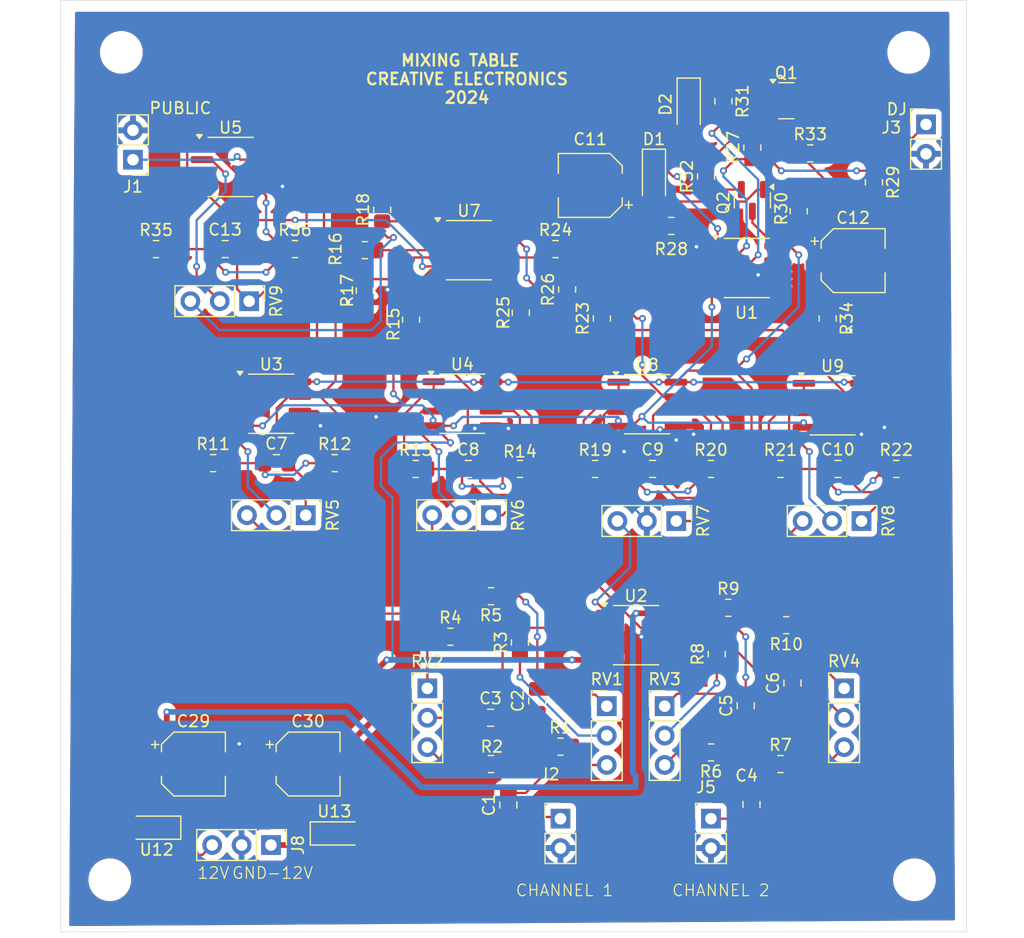
<source format=kicad_pcb>
(kicad_pcb (version 20240108) (generator "pcbnew") (generator_version "8.0")
  (layers (0 "F.Cu" signal) (31 "B.Cu" signal) (34 "B.Paste" user) (35 "F.Paste" user) (36 "B.SilkS" user "B.Silkscreen") (37 "F.SilkS" user "F.Silkscreen") (38 "B.Mask" user) (39 "F.Mask" user) (44 "Edge.Cuts" user))
  (net 0 "")
  (net 1 "Net-(C1-Pad2)")
  (net 2 "Net-(C2-Pad1)")
  (net 3 "Net-(C2-Pad2)")
  (net 4 "Net-(U2B--)")
  (net 5 "Net-(C3-Pad1)")
  (net 6 "Net-(U5A-+)")
  (net 7 "/BALANCE_dj/SALIDA_dj_sin_amplificar")
  (net 8 "/amplificador_auriculares/salida_amplificador_auriculares")
  (net 9 "Net-(C5-Pad1)")
  (net 10 "GND")
  (net 11 "Net-(C7-Pad2)")
  (net 12 "Net-(C8-Pad2)")
  (net 13 "Net-(C4-Pad2)")
  (net 14 "Net-(U2A--)")
  (net 15 "Net-(C5-Pad2)")
  (net 16 "Net-(U3A-+)")
  (net 17 "Net-(C6-Pad1)")
  (net 18 "Net-(U3B--)")
  (net 19 "Net-(U4A-+)")
  (net 20 "Net-(U4B--)")
  (net 21 "Net-(C9-Pad2)")
  (net 22 "Net-(U9A-+)")
  (net 23 "Net-(U8B--)")
  (net 24 "Net-(U9B--)")
  (net 25 "/BALANCE_dj/ENTRADA_dj_ch1")
  (net 26 "/BALANCE_dj/ENTRADA_dj_ch2")
  (net 27 "Net-(C10-Pad2)")
  (net 28 "Net-(U1A-+)")
  (net 29 "-VCC")
  (net 30 "Net-(Q1-C)")
  (net 31 "VCC")
  (net 32 "Net-(Q2-E)")
  (net 33 "Net-(C12-Pad1)")
  (net 34 "Net-(R3-Pad1)")
  (net 35 "Net-(U5B-+)")
  (net 36 "Net-(U3A--)")
  (net 37 "Net-(D1-K)")
  (net 38 "Net-(D1-A)")
  (net 39 "Net-(D2-K)")
  (net 40 "Net-(U7A--)")
  (net 41 "Net-(U5A--)")
  (net 42 "/BALANCE_publico/SALIDA_PUBLICO")
  (net 43 "Net-(U4A--)")
  (net 44 "Net-(U8A--)")
  (net 45 "Net-(U9A--)")
  (net 46 "Net-(U7A-+)")
  (net 47 "Net-(U7B--)")
  (net 48 "Net-(U7B-+)")
  (net 49 "Net-(J5-Pin_1)")
  (net 50 "Net-(J2-Pin_1)")
  (net 51 "Net-(J1-Pin_1)")
  (net 52 "Net-(J8-Pin_1)")
  (net 53 "Net-(R2-Pad2)")
  (net 54 "Net-(R4-Pad1)")
  (net 55 "Net-(R7-Pad2)")
  (net 56 "Net-(R8-Pad1)")
  (net 57 "Net-(R10-Pad1)")
  (net 58 "Net-(U1A--)")
  (net 59 "Net-(J8-Pin_3)")
  (footprint "huellas_mm:R_0805_2012Metric_Pad1.20x1.40mm_HandSolder" (layer "F.Cu") (at 131.925 131.5)
    (property "Reference" "R19")
    (property "Value" "1k")
  )
  (footprint "huellas_mm:R_0805_2012Metric_Pad1.20x1.40mm_HandSolder" (layer "F.Cu") (at 129.5 116 90)
    (property "Reference" "R26")
    (property "Value" "10k")
  )
  (footprint "huellas_mm:R_0805_2012Metric_Pad1.20x1.40mm_HandSolder" (layer "F.Cu") (at 125.425 146.5 90)
    (property "Reference" "R3")
    (property "Value" "10k")
  )
  (footprint "huellas_mm:PinHeader_1x02_P2.54mm_Vertical" (layer "F.Cu") (at 141.925 161.725)
    (property "Reference" "J5")
    (property "Value" "Conn_01x02_Socket")
  )
  (footprint "huellas_mm:D_SOD-123" (layer "F.Cu") (at 137 106.23 -90)
    (property "Reference" "D1")
    (property "Value" "1N4148W")
  )
  (footprint "huellas_mm:R_0805_2012Metric_Pad1.20x1.40mm_HandSolder" (layer "F.Cu") (at 112.025 112.595 180)
    (property "Reference" "R16")
    (property "Value" "10k")
  )
  (footprint "huellas_mm:R_0805_2012Metric_Pad1.20x1.40mm_HandSolder" (layer "F.Cu") (at 122.925 142.5 180)
    (property "Reference" "R5")
    (property "Value" "10k" (hide yes))
  )
  (footprint "huellas_mm:R_0805_2012Metric_Pad1.20x1.40mm_HandSolder" (layer "F.Cu") (at 132.5 118.5 90)
    (property "Reference" "R23")
    (property "Value" "10k")
  )
  (footprint "huellas_mm:Fiducial_1mm_Mask3mm" (layer "F.Cu") (at 96.5 96)
    (property "Reference" "REF**" (hide yes))
    (property "Value" "Fiducial_1mm_Mask3mm")
  )
  (footprint "huellas_mm:PinHeader_1x03_P2.54mm_Vertical" (layer "F.Cu") (at 106.925 135.5 -90)
    (property "Reference" "RV5")
    (property "Value" "10k")
  )
  (footprint "huellas_mm:MountingHole_3.2mm_M3" (layer "F.Cu") (at 159 95.5)
    (property "Reference" "REF**" (hide yes))
    (property "Value" "MountingHole_3.2mm_M3")
  )
  (footprint "huellas_mm:C_0805_2012Metric_Pad1.18x1.45mm_HandSolder" (layer "F.Cu") (at 126.925 151.5375 90)
    (property "Reference" "C2")
    (property "Value" "33n")
  )
  (footprint "huellas_mm:R_0805_2012Metric_Pad1.20x1.40mm_HandSolder" (layer "F.Cu") (at 128.5 112.5)
    (property "Reference" "R24")
    (property "Value" "10k")
  )
  (footprint "huellas_mm:R_0805_2012Metric_Pad1.20x1.40mm_HandSolder" (layer "F.Cu") (at 142.425 147.5 90)
    (property "Reference" "R8")
    (property "Value" "10k")
  )
  (footprint "huellas_mm:PinHeader_1x03_P2.54mm_Vertical" (layer "F.Cu") (at 103.925 164 -90)
    (property "Reference" "J8")
    (property "Value" "Conn_01x03_Socket")
  )
  (footprint "huellas_mm:PinHeader_1x02_P2.54mm_Vertical" (layer "F.Cu") (at 160.5 101.725)
    (property "Reference" "J3")
    (property "Value" "Conn_01x02_Socket")
  )
  (footprint "huellas_mm:SOIC-8_3.9x4.9mm_P1.27mm" (layer "F.Cu") (at 136.425 125.905)
    (property "Reference" "U8")
    (property "Value" "TL082")
  )
  (footprint "huellas_mm:R_0805_2012Metric_Pad1.20x1.40mm_HandSolder" (layer "F.Cu") (at 141.5 106.23 90)
    (property "Reference" "R32")
    (property "Value" "1")
  )
  (footprint "huellas_mm:SOIC-8_3.9x4.9mm_P1.27mm" (layer "F.Cu") (at 152.425 126)
    (property "Reference" "U9")
    (property "Value" "TL082")
  )
  (footprint "huellas_mm:PinHeader_1x03_P2.54mm_Vertical" (layer "F.Cu") (at 138.925 136 -90)
    (property "Reference" "RV7")
    (property "Value" "10k")
  )
  (footprint "huellas_mm:R_0805_2012Metric_Pad1.20x1.40mm_HandSolder" (layer "F.Cu") (at 116.425 131.5)
    (property "Reference" "R13")
    (property "Value" "1k")
  )
  (footprint "huellas_mm:SOIC-8_3.9x4.9mm_P1.27mm" (layer "F.Cu") (at 120.45 125.865)
    (property "Reference" "U4")
    (property "Value" "TL082")
  )
  (footprint "huellas_mm:SOT-23" (layer "F.Cu") (at 148.4375 99.68)
    (property "Reference" "Q1")
    (property "Value" "BC807")
  )
  (footprint "huellas_mm:R_0805_2012Metric_Pad1.20x1.40mm_HandSolder" (layer "F.Cu") (at 147.925 157)
    (property "Reference" "R7")
    (property "Value" "2k2")
  )
  (footprint "huellas_mm:R_0805_2012Metric_Pad1.20x1.40mm_HandSolder" (layer "F.Cu") (at 141.925 131.5)
    (property "Reference" "R20")
    (property "Value" "1k")
  )
  (footprint "huellas_mm:C_0805_2012Metric_Pad1.18x1.45mm_HandSolder" (layer "F.Cu") (at 148.9625 150 90)
    (property "Reference" "C6")
    (property "Value" "3n3")
  )
  (footprint "huellas_mm:SOIC-8_3.9x4.9mm_P1.27mm" (layer "F.Cu") (at 100.4375 105.405)
    (property "Reference" "U5")
    (property "Value" "TL082")
  )
  (footprint "huellas_mm:PinHeader_1x03_P2.54mm_Vertical" (layer "F.Cu") (at 117.425 150.46)
    (property "Reference" "RV2")
    (property "Value" "470k")
  )
  (footprint "huellas_mm:PinHeader_1x03_P2.54mm_Vertical" (layer "F.Cu") (at 132.925 152)
    (property "Reference" "RV1")
    (property "Value" "100k")
  )
  (footprint "huellas_mm:PinHeader_1x02_P2.54mm_Vertical" (layer "F.Cu") (at 128.925 161.725)
    (property "Reference" "J2")
    (property "Value" "Conn_01x02_Socket")
  )
  (footprint "huellas_mm:MountingHole_3.2mm_M3" (layer "F.Cu") (at 91 95.5)
    (property "Reference" "REF**" (hide yes))
    (property "Value" "MountingHole_3.2mm_M3")
  )
  (footprint "huellas_mm:Fiducial_1mm_Mask3mm" (layer "F.Cu") (at 154 168)
    (property "Reference" "REF**" (hide yes))
    (property "Value" "Fiducial_1mm_Mask3mm")
  )
  (footprint "huellas_mm:R_0805_2012Metric_Pad1.20x1.40mm_HandSolder" (layer "F.Cu") (at 149.5 109.23 90)
    (property "Reference" "R30")
    (property "Value" "1k")
  )
  (footprint "huellas_mm:Fiducial_1mm_Mask3mm" (layer "F.Cu") (at 95.5 168.5)
    (property "Reference" "REF**" (hide yes))
    (property "Value" "Fiducial_1mm_Mask3mm")
  )
  (footprint "huellas_mm:R_0805_2012Metric_Pad1.20x1.40mm_HandSolder" (layer "F.Cu") (at 141.925 156 180)
    (property "Reference" "R6")
    (property "Value" "10k")
  )
  (footprint "huellas_mm:MountingHole_3.2mm_M3" (layer "F.Cu") (at 159.5 167)
    (property "Reference" "REF**" (hide yes))
    (property "Value" "MountingHole_3.2mm_M3")
  )
  (footprint "huellas_mm:R_0805_2012Metric_Pad1.20x1.40mm_HandSolder" (layer "F.Cu") (at 112.025 116.095 -90)
    (property "Reference" "R17")
    (property "Value" "3.3k")
  )
  (footprint "huellas_mm:C_0805_2012Metric_Pad1.18x1.45mm_HandSolder" (layer "F.Cu") (at 145.425 160.5 90)
    (property "Reference" "C4")
    (property "Value" "2u2")
  )
  (footprint "huellas_mm:SOIC-8_3.9x4.9mm_P1.27mm" (layer "F.Cu") (at 103.95 125.865)
    (property "Reference" "U3")
    (property "Value" "TL082")
  )
  (footprint "huellas_mm:SOIC-8_3.9x4.9mm_P1.27mm" (layer "F.Cu") (at 145.025 114.135)
    (property "Reference" "U1")
    (property "Value" "TL082")
  )
  (footprint "huellas_mm:R_0805_2012Metric_Pad1.20x1.40mm_HandSolder" (layer "F.Cu") (at 116.025 118.595 90)
    (property "Reference" "R15")
    (property "Value" "10k")
  )
  (footprint "huellas_mm:R_0805_2012Metric_Pad1.20x1.40mm_HandSolder" (layer "F.Cu") (at 157.925 131.5)
    (property "Reference" "R22")
    (property "Value" "1k")
  )
  (footprint "huellas_mm:PinHeader_1x03_P2.54mm_Vertical" (layer "F.Cu") (at 154.925 136 -90)
    (property "Reference" "RV8")
    (property "Value" "10k")
  )
  (footprint "huellas_mm:R_0805_2012Metric_Pad1.20x1.40mm_HandSolder" (layer "F.Cu") (at 125.5 118 -90)
    (property "Reference" "R25")
    (property "Value" "3.3k")
  )
  (footprint "huellas_mm:R_0805_2012Metric_Pad1.20x1.40mm_HandSolder" (layer "F.Cu") (at 145.5 103.73 90)
    (property "Reference" "R27")
    (property "Value" "71.2k")
  )
  (footprint "huellas_mm:SOIC-8_3.9x4.9mm_P1.27mm" (layer "F.Cu") (at 135.45 145.865)
    (property "Reference" "U2")
    (property "Value" "TL082")
  )
  (footprint "huellas_mm:CP_Elec_5x5.3" (layer "F.Cu") (at 131.5 107 180)
    (property "Reference" "C11")
    (property "Value" "10u")
  )
  (footprint "huellas_mm:MountingHole_3.2mm_M3" (layer "F.Cu") (at 90 167)
    (property "Reference" "REF**" (hide yes))
    (property "Value" "MountingHole_3.2mm_M3")
  )
  (footprint "huellas_mm:R_0805_2012Metric_Pad1.20x1.40mm_HandSolder" (layer "F.Cu") (at 150.5 104.23)
    (property "Reference" "R33")
    (property "Value" "1")
  )
  (footprint "huellas_mm:C_0805_2012Metric_Pad1.18x1.45mm_HandSolder" (layer "F.Cu") (at 144.925 151.9625 90)
    (property "Reference" "C5")
    (property "Value" "33n")
  )
  (footprint "huellas_mm:R_0805_2012Metric_Pad1.20x1.40mm_HandSolder" (layer "F.Cu") (at 125.425 131.5)
    (property "Reference" "R14")
    (property "Value" "1k")
  )
  (footprint "huellas_mm:C_0805_2012Metric_Pad1.18x1.45mm_HandSolder" (layer "F.Cu") (at 152.8875 131.5)
    (property "Reference" "C10")
    (property "Value" "100p")
  )
  (footprint "huellas_mm:C_0805_2012Metric_Pad1.18x1.45mm_HandSolder" (layer "F.Cu") (at 124.425 160.5375 90)
    (property "Reference" "C1")
    (property "Value" "2u2")
  )
  (footprint "huellas_mm:R_0805_2012Metric_Pad1.20x1.40mm_HandSolder" (layer "F.Cu") (at 109.425 131)
    (property "Reference" "R12")
    (property "Value" "1k")
  )
  (footprint "huellas_mm:PinHeader_1x03_P2.54mm_Vertical" (layer "F.Cu") (at 102.04 117 -90)
    (property "Reference" "RV9")
    (property "Value" "10k")
  )
  (footprint "huellas_mm:D_SOD-123F" (layer "F.Cu") (at 109.525 163)
    (property "Reference" "U13")
    (property "Value" "BAT46W")
  )
  (footprint "huellas_mm:PinHeader_1x03_P2.54mm_Vertical" (layer "F.Cu") (at 122.925 135.5 -90)
    (property "Reference" "RV6")
    (property "Value" "10k")
  )
  (footprint "huellas_mm:R_0805_2012Metric_Pad1.20x1.40mm_HandSolder" (layer "F.Cu") (at 156 106.73 -90)
    (property "Reference" "R29")
    (property "Value" "10k")
  )
  (footprint "huellas_mm:Fiducial_1mm_Mask3mm" (layer "F.Cu") (at 153.5 95.5)
    (property "Reference" "REF**" (hide yes))
    (property "Value" "Fiducial_1mm_Mask3mm")
  )
  (footprint "huellas_mm:PinHeader_1x02_P2.54mm_Vertical" (layer "F.Cu") (at 92 104.775 180)
    (property "Reference" "J1")
    (property "Value" "Conn_01x02_Socket")
  )
  (footprint "huellas_mm:SOT-23" (layer "F.Cu") (at 145.5 108.2925 -90)
    (property "Reference" "Q2")
    (property "Value" "BC817")
  )
  (footprint "huellas_mm:R_0805_2012Metric_Pad1.20x1.40mm_HandSolder" (layer "F.Cu") (at 143 99.73 -90)
    (property "Reference" "R31")
    (property "Value" "1k")
  )
  (footprint "huellas_mm:PinHeader_1x03_P2.54mm_Vertical" (layer "F.Cu") (at 153.425 150.46)
    (property "Reference" "RV4")
    (property "Value" "470k")
  )
  (footprint "huellas_mm:R_0805_2012Metric_Pad1.20x1.40mm_HandSolder" (layer "F.Cu") (at 143.425 143.5)
    (property "Reference" "R9")
    (property "Value" "10k")
  )
  (footprint "huellas_mm:C_0805_2012Metric_Pad1.18x1.45mm_HandSolder" (layer "F.Cu") (at 136.8875 131.5)
    (property "Reference" "C9")
    (property "Value" "100p")
  )
  (footprint "huellas_mm:C_0805_2012Metric_Pad1.18x1.45mm_HandSolder" (layer "F.Cu") (at 120.9625 131.5)
    (property "Reference" "C8")
    (property "Value" "100p")
  )
  (footprint "huellas_mm:C_0805_2012Metric_Pad1.18x1.45mm_HandSolder" (layer "F.Cu") (at 104.3875 131)
    (property "Reference" "C7")
    (property "Value" "100p")
  )
  (footprint "huellas_mm:R_0805_2012Metric_Pad1.20x1.40mm_HandSolder" (layer "F.Cu") (at 113.525 109.095 90)
    (property "Reference" "R18")
    (property "Value" "10k")
  )
  (footprint "huellas_mm:C_0805_2012Metric_Pad1.18x1.45mm_HandSolder" (layer "F.Cu") (at 122.8875 153)
    (property "Reference" "C3")
    (property "Value" "3n3")
  )
  (footprint "huellas_mm:PinHeader_1x03_P2.54mm_Vertical" (layer "F.Cu") (at 137.925 152)
    (property "Reference" "RV3")
    (property "Value" "100k")
  )
  (footprint "huellas_mm:R_0805_2012Metric_Pad1.20x1.40mm_HandSolder" (layer "F.Cu") (at 94 112.5)
    (property "Reference" "R35")
    (property "Value" "1k")
  )
  (footprint "huellas_mm:D_SOD-123" (layer "F.Cu") (at 140 100.08 -90)
    (property "Reference" "D2")
    (property "Value" "1N4148W")
  )
  (footprint "huellas_mm:R_0805_2012Metric_Pad1.20x1.40mm_HandSolder" (layer "F.Cu") (at 106 112.5)
    (property "Reference" "R36")
    (property "Value" "1k")
  )
  (footprint "huellas_mm:R_0805_2012Metric_Pad1.20x1.40mm_HandSolder" (layer "F.Cu") (at 148.425 145 180)
    (property "Reference" "R10")
    (property "Value" "2k2")
  )
  (footprint "huellas_mm:R_0805_2012Metric_Pad1.20x1.40mm_HandSolder" (layer "F.Cu") (at 128.925 155.5)
    (property "Reference" "R1")
    (property "Value" "10k")
  )
  (footprint "huellas_mm:R_0805_2012Metric_Pad1.20x1.40mm_HandSolder" (layer "F.Cu") (at 98.925 131)
    (property "Reference" "R11")
    (property "Value" "1k")
  )
  (footprint "huellas_mm:CP_Elec_5x5.3" (layer "F.Cu") (at 154.2 113.5)
    (property "Reference" "C12")
    (property "Value" "220u")
  )
  (footprint "huellas_mm:R_0805_2012Metric_Pad1.20x1.40mm_HandSolder" (layer "F.Cu") (at 119.425 146)
    (property "Reference" "R4")
    (property "Value" "2k2")
  )
  (footprint "huellas_mm:D_SOD-123F" (layer "F.Cu") (at 93.925 162.5 180)
    (property "Reference" "U12")
    (property "Value" "BAT46W")
  )
  (footprint "huellas_mm:C_0805_2012Metric_Pad1.18x1.45mm_HandSolder" (layer "F.Cu") (at 99.9625 112.5)
    (property "Reference" "C13")
    (property "Value" "100p")
  )
  (footprint "huellas_mm:R_0805_2012Metric_Pad1.20x1.40mm_HandSolder" (layer "F.Cu") (at 147.925 131.5)
    (property "Reference" "R21")
    (property "Value" "1k")
  )
  (footprint "huellas_mm:CP_Elec_5x5.3" (layer "F.Cu") (at 97.225 157)
    (property "Reference" "C29")
    (property "Value" "C_Polarized")
  )
  (footprint "huellas_mm:CP_Elec_5x5.3" (layer "F.Cu") (at 107.125 157)
    (property "Reference" "C30")
    (property "Value" "C_Polarized")
  )
  (footprint "huellas_mm:R_0805_2012Metric_Pad1.20x1.40mm_HandSolder" (layer "F.Cu") (at 138.5 110.5)
    (property "Reference" "R28")
    (property "Value" "10k")
  )
  (footprint "huellas_mm:R_0805_2012Metric_Pad1.20x1.40mm_HandSolder" (layer "F.Cu") (at 122.925 157 180)
    (property "Reference" "R2")
    (property "Value" "2k2")
  )
  (footprint "huellas_mm:SOIC-8_3.9x4.9mm_P1.27mm" (layer "F.Cu") (at 121.025 112.595)
    (property "Reference" "U7")
    (property "Value" "TL082")
  )
  (footprint "huellas_mm:R_0805_2012Metric_Pad1.20x1.40mm_HandSolder" (layer "F.Cu") (at 152 118.5 -90)
    (property "Reference" "R34")
    (property "Value" "33")
  )
  (gr_rect (start 85.75 91) (end 164 171.5) (stroke (width 0.05)) (fill none) (layer "Edge.Cuts"))
  (gr_text "PUBLIC" (at 93.33 100.905 0) (layer "F.SilkS") (effects (font (size 1 1)) (justify left bottom)))
  (gr_text "12V" (at 97.5 167 0) (layer "F.SilkS") (effects (font (size 1 1) (thickness 0.1)) (justify left bottom)))
  (gr_text "    MIXING TABLE\nCREATIVE ELECTRONICS\n 	    2024" (at 112 100 0) (layer "F.SilkS") (effects (font (size 1 1) (thickness 0.2) (bold yes)) (justify left bottom)))
  (gr_text "CHANNEL 2" (at 138.5 168.5 0) (layer "F.SilkS") (effects (font (size 1 1) (thickness 0.1)) (justify left bottom)))
  (gr_text "-12V" (at 103.5 167 0) (layer "F.SilkS") (effects (font (size 1 1) (thickness 0.1)) (justify left bottom)))
  (gr_text "CHANNEL 1" (at 125 168.5 0) (layer "F.SilkS") (effects (font (size 1 1) (thickness 0.1)) (justify left bottom)))
  (gr_text "GND" (at 100.5 167 0) (layer "F.SilkS") (effects (font (size 1 1) (thickness 0.1)) (justify left bottom)))
  (gr_text "DJ" (at 157 101 0) (layer "F.SilkS") (effects (font (size 1 1)) (justify left bottom)))
  (segment (start 123.925 157) (end 126.425 157) (width 0.2) (layer "F.Cu") (net 1))
  (segment (start 126.425 157) (end 127.925 155.5) (width 0.2) (layer "F.Cu") (net 1))
  (segment (start 125.925 159.5) (end 126.5 158.925) (width 0.2) (layer "F.Cu") (net 1))
  (segment (start 124.425 159.5) (end 125.925 159.5) (width 0.2) (layer "F.Cu") (net 1))
  (segment (start 127.925 157.5) (end 127.925 155.5) (width 0.2) (layer "F.Cu") (net 1))
  (segment (start 126.5 158.925) (end 127.925 157.5) (width 0.2) (layer "F.Cu") (net 1))
  (segment (start 129.925 155.5) (end 127.5 153.075) (width 0.2) (layer "F.Cu") (net 2))
  (segment (start 131.505 157.08) (end 129.925 155.5) (width 0.2) (layer "F.Cu") (net 2))
  (segment (start 132.925 157.08) (end 131.505 157.08) (width 0.2) (layer "F.Cu") (net 2))
  (segment (start 127.5 153.075) (end 126.425 153.075) (width 0.2) (layer "F.Cu") (net 2))
  (segment (start 125.925 143) (end 125.425 142.5) (width 0.2) (layer "F.Cu") (net 3))
  (segment (start 132.925 152) (end 131.925 151) (width 0.2) (layer "F.Cu") (net 3))
  (segment (start 126.925 150.5) (end 126.925 146) (width 0.2) (layer "F.Cu") (net 3))
  (segment (start 131.925 151) (end 126.425 151) (width 0.2) (layer "F.Cu") (net 3))
  (segment (start 125.425 142.5) (end 123.925 142.5) (width 0.2) (layer "F.Cu") (net 3))
  (via (at 125.925 143) (size 0.6) (drill 0.3) (layers "F.Cu" "B.Cu") (net 3))
  (via (at 126.925 146) (size 0.6) (drill 0.3) (layers "F.Cu" "B.Cu") (net 3))
  (segment (start 126.925 146) (end 126.925 144) (width 0.2) (layer "B.Cu") (net 3))
  (segment (start 126.925 144) (end 125.925 143) (width 0.2) (layer "B.Cu") (net 3))
  (segment (start 145.8875 148.9625) (end 143.425 146.5) (width 0.2) (layer "F.Cu") (net 4))
  (segment (start 148.9625 148.9625) (end 145.8875 148.9625) (width 0.2) (layer "F.Cu") (net 4))
  (segment (start 137.925 146.5) (end 142.425 146.5) (width 0.2) (layer "F.Cu") (net 4))
  (segment (start 143.425 146.5) (end 142.425 146.5) (width 0.2) (layer "F.Cu") (net 4))
  (segment (start 121.85 153) (end 117.425 153) (width 0.2) (layer "F.Cu") (net 5))
  (segment (start 96.6875 103.800001) (end 96.987501 103.5) (width 0.2) (layer "F.Cu") (net 6))
  (segment (start 93 112.5) (end 93 109.590001) (width 0.2) (layer "F.Cu") (net 6))
  (segment (start 96.987501 103.5) (end 97.9625 103.5) (width 0.2) (layer "F.Cu") (net 6))
  (segment (start 97.9625 106.04) (end 96.987501 106.04) (width 0.2) (layer "F.Cu") (net 6))
  (segment (start 96.550001 106.04) (end 97.525 106.04) (width 0.2) (layer "F.Cu") (net 6))
  (segment (start 96.6875 105.739999) (end 96.6875 103.800001) (width 0.2) (layer "F.Cu") (net 6))
  (segment (start 96.987501 106.04) (end 96.6875 105.739999) (width 0.2) (layer "F.Cu") (net 6))
  (segment (start 93 109.590001) (end 96.550001 106.04) (width 0.2) (layer "F.Cu") (net 6))
  (segment (start 128 117) (end 126 115) (width 0.2) (layer "F.Cu") (net 7))
  (segment (start 125 111.96) (end 123.5 111.96) (width 0.2) (layer "F.Cu") (net 7))
  (segment (start 129.5 117) (end 128 117) (width 0.2) (layer "F.Cu") (net 7))
  (segment (start 125.34 111.96) (end 129.8 107.5) (width 0.2) (layer "F.Cu") (net 7))
  (segment (start 126 112.5) (end 125.46 111.96) (width 0.2) (layer "F.Cu") (net 7))
  (segment (start 130 117.5) (end 129.5 117) (width 0.2) (layer "F.Cu") (net 7))
  (segment (start 125.46 111.96) (end 125 111.96) (width 0.2) (layer "F.Cu") (net 7))
  (segment (start 125 111.96) (end 125.34 111.96) (width 0.2) (layer "F.Cu") (net 7))
  (via (at 126 112.5) (size 0.6) (drill 0.3) (layers "F.Cu" "B.Cu") (net 7))
  (via (at 126 115) (size 0.6) (drill 0.3) (layers "F.Cu" "B.Cu") (net 7))
  (segment (start 126 115) (end 126 112.5) (width 0.2) (layer "B.Cu") (net 7))
  (segment (start 152 117.5) (end 152.4 117.5) (width 0.2) (layer "F.Cu") (net 8))
  (segment (start 158 111.9) (end 156.4 113.5) (width 0.2) (layer "F.Cu") (net 8))
  (segment (start 152.4 117.5) (end 156.4 113.5) (width 0.2) (layer "F.Cu") (net 8))
  (segment (start 158 104.225) (end 158 111.9) (width 0.2) (layer "F.Cu") (net 8))
  (segment (start 160.5 101.725) (end 158 104.225) (width 0.2) (layer "F.Cu") (net 8))
  (segment (start 140.925 156) (end 139.005 156) (width 0.2) (layer "F.Cu") (net 9))
  (segment (start 139.005 156) (end 137.925 157.08) (width 0.2) (layer "F.Cu") (net 9))
  (segment (start 143.925 153) (end 144.925 153) (width 0.2) (layer "F.Cu") (net 9))
  (segment (start 140.925 156) (end 143.925 153) (width 0.2) (layer "F.Cu") (net 9))
  (segment (start 147.5 116.04) (end 148.54 116.04) (width 0.2) (layer "F.Cu") (net 10))
  (segment (start 154.925 128.5) (end 154.925 127.93) (width 0.2) (layer "F.Cu") (net 10))
  (segment (start 138.925 129) (end 138.925 127.835) (width 0.2) (layer "F.Cu") (net 10))
  (segment (start 135.219999 147.77) (end 137.925 147.77) (width 0.2) (layer "F.Cu") (net 10))
  (segment (start 140.60065 112.23) (end 140.670345 112.299695) (width 0.2) (layer "F.Cu") (net 10))
  (segment (start 139.59 128.5) (end 140.425 128.5) (width 0.2) (layer "F.Cu") (net 10))
  (segment (start 134.449999 146) (end 135.925 146) (width 0.2) (layer "F.Cu") (net 10))
  (segment (start 125.5 119) (end 124 119) (width 0.2) (layer "F.Cu") (net 10))
  (segment (start 137.525 128.1) (end 138.61 128.1) (width 0.2) (layer "F.Cu") (net 10))
  (segment (start 112.905 117.095) (end 112.025 117.095) (width 0.2) (layer "F.Cu") (net 10))
  (segment (start 112.025 126.025) (end 113 127) (width 0.2) (layer "F.Cu") (net 10))
  (segment (start 133.949999 146.5) (end 135.219999 147.77) (width 0.2) (layer "F.Cu") (net 10))
  (segment (start 103.87147 106.04) (end 102.9125 106.04) (width 0.2) (layer "F.Cu") (net 10))
  (segment (start 110.5 117) (end 110.595 117.095) (width 0.2) (layer "F.Cu") (net 10))
  (segment (start 101.385 164) (end 101.385 158.96) (width 0.5) (layer "F.Cu") (net 10))
  (segment (start 138.9 127.81) (end 139.59 128.5) (width 0.2) (layer "F.Cu") (net 10))
  (segment (start 135.425 150.27) (end 137.925 147.77) (width 0.2) (layer "F.Cu") (net 10))
  (segment (start 135.425 164.265) (end 128.925 164.265) (width 0.2) (layer "F.Cu") (net 10))
  (segment (start 99.425 157) (end 101.175 155.25) (width 0.5) (layer "F.Cu") (net 10))
  (segment (start 132.675 126.840001) (end 132.975001 126.54) (width 0.2) (layer "F.Cu") (net 10))
  (segment (start 132.675 128.25) (end 132.675 126.840001) (width 0.2) (layer "F.Cu") (net 10))
  (segment (start 112.025 117.095) (end 110.595 117.095) (width 0.2) (layer "F.Cu") (net 10))
  (segment (start 148.54 116.04) (end 152 119.5) (width 0.2) (layer "F.Cu") (net 10))
  (segment (start 146 114.73) (end 147.46 114.73) (width 0.2) (layer "F.Cu") (net 10))
  (segment (start 141.925 164.265) (end 135.425 164.265) (width 0.2) (layer "F.Cu") (net 10))
  (segment (start 138.61 128.1) (end 138.9 127.81) (width 0.2) (layer "F.Cu") (net 10))
  (segment (start 134.425 130) (end 132.675 128.25) (width 0.2) (layer "F.Cu") (net 10))
  (segment (start 124.195 127.77) (end 124.425 128) (width 0.2) (layer "F.Cu") (net 10))
  (segment (start 99.2375 104.2375) (end 99.2375 103.159448) (width 0.2) (layer "F.Cu") (net 10))
  (segment (start 114 116) (end 112.905 117.095) (width 0.2) (layer "F.Cu") (net 10))
  (segment (start 147.5 116.04) (end 147.5 114.77) (width 0.2) (layer "F.Cu") (net 10))
  (segment (start 140.5 110.73) (end 140.5 112.23) (width 0.2) (layer "F.Cu") (net 10))
  (segment (start 138.925 127.835) (end 138.9 127.81) (width 0.2) (layer "F.Cu") (net 10))
  (segment (start 122.925 127.77) (end 124.195 127.77) (width 0.2) (layer "F.Cu") (net 10))
  (segment (start 140.27 110.5) (end 139.5 110.5) (width 0.2) (layer "F.Cu") (net 10))
  (segment (start 147.46 114.73) (end 147.5 114.77) (width 0.2) (layer "F.Cu") (net 10))
  (segment (start 157 128) (end 156.905 127.905) (width 0.2) (layer "F.Cu") (net 10))
  (segment (start 132.975 146.5) (end 133.949999 146.5) (width 0.2) (layer "F.Cu") (net 10))
  (segment (start 101.04 106.04) (end 99.2375 104.2375) (width 0.2) (layer "F.Cu") (net 10))
  (segment (start 112.025 117.095) (end 112.025 126.025) (width 0.2) (layer "F.Cu") (net 10))
  (segment (start 102.9125 106.04) (end 101.04 106.04) (width 0.2) (layer "F.Cu") (net 10))
  (segment (start 98.313052 102.235) (end 92 102.235) (width 0.2) (layer "F.Cu") (net 10))
  (segment (start 154.9 127.905) (end 156.905 127.905) (width 0.2) (layer "F.Cu") (net 10))
  (segment (start 133.949999 146.5) (end 134.449999 146) (width 0.2) (layer "F.Cu") (net 10))
  (segment (start 103.345 157) (end 104.925 157) (width 0.5) (layer "F.Cu") (net 10))
  (segment (start 104.915735 107.084265) (end 103.87147 106.04) (width 0.2) (layer "F.Cu") (net 10))
  (segment (start 140.5 112.23) (end 140.60065 112.23) (width 0.2) (layer "F.Cu") (net 10))
  (segment (start 101.385 158.96) (end 103.345 157) (width 0.5) (layer "F.Cu") (net 10))
  (segment (start 135.425 164.265) (end 135.425 150.27) (width 0.2) (layer "F.Cu") (net 10))
  (segment (start 132.975001 126.54) (end 133.95 126.54) (width 0.2) (layer "F.Cu") (net 10))
  (segment (start 106.425 127.77) (end 108.195 127.77) (width 0.2) (layer "F.Cu") (net 10))
  (segment (start 140.5 110.73) (end 140.27 110.5) (width 0.2) (layer "F.Cu") (net 10))
  (segment (start 101.385 158.96) (end 99.425 157) (width 0.5) (layer "F.Cu") (net 10))
  (segment (start 99.2375 103.159448) (end 98.313052 102.235) (width 0.2) (layer "F.Cu") (net 10))
  (segment (start 122.695 128) (end 122.925 127.77) (width 0.2) (layer "F.Cu") (net 10))
  (segment (start 121.525 128) (end 122.695 128) (width 0.2) (layer "F.Cu") (net 10))
  (segment (start 154.925 127.93) (end 154.9 127.905) (width 0.2) (layer "F.Cu") (net 10))
  (via (at 154 119.5) (size 0.6) (drill 0.3) (layers "F.Cu" "B.Cu") (net 10))
  (via (at 134.425 130) (size 0.6) (drill 0.3) (layers "F.Cu" "B.Cu") (net 10))
  (via (at 156.905 127.905) (size 0.6) (drill 0.3) (layers "F.Cu" "B.Cu") (net 10))
  (via (at 113 127) (size 0.6) (drill 0.3) (layers "F.Cu" "B.Cu") (net 10))
  (via (at 124 119) (size 0.6) (drill 0.3) (layers "F.Cu" "B.Cu") (net 10))
  (via (at 138.925 129) (size 0.6) (drill 0.3) (layers "F.Cu" "B.Cu") (net 10))
  (via (at 154.925 128.5) (size 0.6) (drill 0.3) (layers "F.Cu" "B.Cu") (net 10))
  (via (at 140.425 128.5) (size 0.6) (drill 0.3) (layers "F.Cu" "B.Cu") (net 10))
  (via (at 135.925 146) (size 0.6) (drill 0.3) (layers "F.Cu" "B.Cu") (net 10))
  (via (at 110.595 117.095) (size 0.6) (drill 0.3) (layers "F.Cu" "B.Cu") (net 10))
  (via (at 121.525 128) (size 0.6) (drill 0.3) (layers "F.Cu" "B.Cu") (net 10))
  (via (at 104.915735 107.084265) (size 0.6) (drill 0.3) (layers "F.Cu" "B.Cu") (net 10))
  (via (at 124.425 128) (size 0.6) (drill 0.3) (layers "F.Cu" "B.Cu") (net 10))
  (via (at 140.670345 112.299695) (size 0.6) (drill 0.3) (layers "F.Cu" "B.Cu") (net 10))
  (via (at 114 116) (size 0.6) (drill 0.3) (layers "F.Cu" "B.Cu") (net 10))
  (via (at 108.195 127.77) (size 0.6) (drill 0.3) (layers "F.Cu" "B.Cu") (net 10))
  (via (at 137.525 128.1) (size 0.6) (drill 0.3) (layers "F.Cu" "B.Cu") (net 10))
  (via (at 101.175 155.25) (size 0.6) (drill 0.3) (layers "F.Cu" "B.Cu") (net 10))
  (via (at 146 114.73) (size 0.6) (drill 0.3) (layers "F.Cu" "B.Cu") (net 10))
  (segment (start 140.425 128.5) (end 154.925 128.5) (width 0.2) (layer "B.Cu") (net 10))
  (segment (start 137.425 130.5) (end 138.925 129) (width 0.2) (layer "B.Cu") (net 10))
  (segment (start 129.925 128) (end 130.425 128.5) (width 0.2) (layer "B.Cu") (net 10))
  (segment (start 110.19 164.265) (end 128.925 164.265) (width 0.5) (layer "B.Cu") (net 10))
  (segment (start 124 119) (end 120.5 119) (width 0.2) (layer "B.Cu") (net 10))
  (segment (start 121.425 128) (end 121.525 128) (width 0.2) (layer "B.Cu") (net 10))
  (segment (start 130.425 128.5) (end 136.925 128.5) (width 0.2) (layer "B.Cu") (net 10))
  (segment (start 154 119.5) (end 156.905 122.405) (width 0.2) (layer "B.Cu") (net 10))
  (segment (start 113 127) (end 113 127.77) (width 0.2) (layer "B.Cu") (net 10))
  (segment (start 140.670345 112.299695) (end 143.569695 112.299695) (width 0.2) (layer "B.Cu") (net 10))
  (segment (start 135.925 146) (end 135.925 145.5) (width 0.2) (layer "B.Cu") (net 10))
  (segment (start 112.5 127.77) (end 113 127.77) (width 0.2) (layer "B.Cu") (net 10))
  (segment (start 124.425 128) (end 129.925 128) (width 0.2) (layer "B.Cu") (net 10))
  (segment (start 101.175 155.25) (end 110.19 164.265) (width 0.5) (layer "B.Cu") (net 10))
  (segment (start 120.5 119) (end 117.5 116) (width 0.2) (layer "B.Cu") (net 10))
  (segment (start 136.385 145.04) (end 136.385 136) (width 0.2) (layer "B.Cu") (net 10))
  (segment (start 113 127.77) (end 117.103529 127.77) (width 0.2) (layer "B.Cu") (net 10))
  (segment (start 156.905 122.405) (end 156.905 127.905) (width 0.2) (layer "B.Cu") (net 10))
  (segment (start 136.925 128.5) (end 137.425 128) (width 0.2) (layer "B.Cu") (net 10))
  (segment (start 117.103529 127.77) (end 117.703529 128.37) (width 0.2) (layer "B.Cu") (net 10))
  (segment (start 137.425 128) (end 137.525 128.1) (width 0.2) (layer "B.Cu") (net 10))
  (segment (start 110.595 117.095) (end 105 111.5) (width 0.2) (layer "B.Cu") (net 10))
  (segment (start 134.425 134.04) (end 134.425 130.5) (width 0.2) (layer "B.Cu") (net 10))
  (segment (start 136.385 136) (end 134.425 134.04) (width 0.2) (layer "B.Cu") (net 10))
  (segment (start 143.569695 112.299695) (end 146 114.73) (width 0.2) (layer "B.Cu") (net 10))
  (segment (start 135.925 145.5) (end 136.385 145.04) (width 0.2) (layer "B.Cu") (net 10))
  (segment (start 108.195 127.77) (end 112.5 127.77) (width 0.2) (layer "B.Cu") (net 10))
  (segment (start 105 111.5) (end 105 107) (width 0.2) (layer "B.Cu") (net 10))
  (segment (start 117.5 116) (end 114 116) (width 0.2) (layer "B.Cu") (net 10))
  (segment (start 121.055 128.37) (end 121.425 128) (width 0.2) (layer "B.Cu") (net 10))
  (segment (start 105 107) (end 104.915735 107.084265) (width 0.2) (layer "B.Cu") (net 10))
  (segment (start 117.703529 128.37) (end 121.055 128.37) (width 0.2) (layer "B.Cu") (net 10))
  (segment (start 134.425 130.5) (end 137.425 130.5) (width 0.2) (layer "B.Cu") (net 10))
  (segment (start 134.425 130.5) (end 134.425 130) (width 0.2) (layer "B.Cu") (net 10))
  (segment (start 106.425 125.23) (end 105.450001 125.23) (width 0.2) (layer "F.Cu") (net 11))
  (segment (start 104.425 129) (end 105.425 130) (width 0.2) (layer "F.Cu") (net 11))
  (segment (start 110.425 131) (end 110.425 127.5) (width 0.2) (layer "F.Cu") (net 11))
  (segment (start 106.925 135.5) (end 106.925 132.5) (width 0.2) (layer "F.Cu") (net 11))
  (segment (start 108.925 132.5) (end 110.425 131) (width 0.2) (layer "F.Cu") (net 11))
  (segment (start 109.5 113.5) (end 110.405 112.595) (width 0.2) (layer "F.Cu") (net 11))
  (segment (start 106.925 132.5) (end 105.425 131) (width 0.2) (layer "F.Cu") (net 11))
  (segment (start 106.925 132.5) (end 108.925 132.5) (width 0.2) (layer "F.Cu") (net 11))
  (segment (start 108.155 125.23) (end 106.425 125.23) (width 0.2) (layer "F.Cu") (net 11))
  (segment (start 110.405 112.595) (end 111.025 112.595) (width 0.2) (layer "F.Cu") (net 11))
  (segment (start 105.450001 125.23) (end 104.425 126.255001) (width 0.2) (layer "F.Cu") (net 11))
  (segment (start 108.155 125.23) (end 109.5 123.885) (width 0.2) (layer "F.Cu") (net 11))
  (segment (start 109.5 123.885) (end 109.5 113.5) (width 0.2) (layer "F.Cu") (net 11))
  (segment (start 110.425 127.5) (end 108.9625 126.0375) (width 0.2) (layer "F.Cu") (net 11))
  (segment (start 108.9625 126.0375) (end 108.155 125.23) (width 0.2) (layer "F.Cu") (net 11))
  (segment (start 105.425 130) (end 105.425 131) (width 0.2) (layer "F.Cu") (net 11))
  (segment (start 104.425 126.255001) (end 104.425 129) (width 0.2) (layer "F.Cu") (net 11))
  (segment (start 124.655 125.23) (end 126.425 127) (width 0.2) (layer "F.Cu") (net 12))
  (segment (start 124.925 133.5) (end 126.425 132) (width 0.2) (layer "F.Cu") (net 12))
  (segment (start 122.925 125.23) (end 121.950001 125.23) (width 0.2) (layer "F.Cu") (net 12))
  (segment (start 122.925 125.23) (end 121.725 125.23) (width 0.2) (layer "F.Cu") (net 12))
  (segment (start 124.925 134.5) (end 124.925 133.5) (width 0.2) (layer "F.Cu") (net 12))
  (segment (start 124.675 133.75) (end 123.175 133.75) (width 0.2) (layer "F.Cu") (net 12))
  (segment (start 121.725 125.23) (end 116.09 119.595) (width 0.2) (layer "F.Cu") (net 12))
  (segment (start 120.925 126.255001) (end 120.925 130.425) (width 0.2) (layer "F.Cu") (net 12))
  (segment (start 126.425 127) (end 126.425 131.5) (width 0.2) (layer "F.Cu") (net 12))
  (segment (start 122.925 135.5) (end 123.925 135.5) (width 0.2) (layer "F.Cu") (net 12))
  (segment (start 116.09 119.595) (end 116.025 119.595) (width 0.2) (layer "F.Cu") (net 12))
  (segment (start 124.925 133.5) (end 124.675 133.75) (width 0.2) (layer "F.Cu") (net 12))
  (segment (start 122.925 125.23) (end 124.655 125.23) (width 0.2) (layer "F.Cu") (net 12))
  (segment (start 120.925 130.425) (end 122 131.5) (width 0.2) (layer "F.Cu") (net 12))
  (segment (start 122 132.575) (end 122 131.5) (width 0.2) (layer "F.Cu") (net 12))
  (segment (start 121.950001 125.23) (end 120.925 126.255001) (width 0.2) (layer "F.Cu") (net 12))
  (segment (start 123.175 133.75) (end 122 132.575) (width 0.2) (layer "F.Cu") (net 12))
  (segment (start 126.425 132) (end 126.425 131.5) (width 0.2) (layer "F.Cu") (net 12))
  (segment (start 123.925 135.5) (end 124.925 134.5) (width 0.2) (layer "F.Cu") (net 12))
  (segment (start 146.425 157) (end 145.425 156) (width 0.2) (layer "F.Cu") (net 13))
  (segment (start 145.425 159.4625) (end 144.3875 159.4625) (width 0.2) (layer "F.Cu") (net 13))
  (segment (start 145.425 156) (end 142.925 156) (width 0.2) (layer "F.Cu") (net 13))
  (segment (start 145.425 159.4625) (end 145.425 159) (width 0.2) (layer "F.Cu") (net 13))
  (segment (start 144.3875 159.4625) (end 142.925 158) (width 0.2) (layer "F.Cu") (net 13))
  (segment (start 142.925 158) (end 142.925 156) (width 0.2) (layer "F.Cu") (net 13))
  (segment (start 146.925 157) (end 146.425 157) (width 0.2) (layer "F.Cu") (net 13))
  (segment (start 125.695 145.23) (end 132.975 145.23) (width 0.2) (layer "F.Cu") (net 14))
  (segment (start 124.425 145.5) (end 125.425 145.5) (width 0.2) (layer "F.Cu") (net 14))
  (segment (start 123.925 146) (end 124.425 145.5) (width 0.2) (layer "F.Cu") (net 14))
  (segment (start 125.425 145.5) (end 125.695 145.23) (width 0.2) (layer "F.Cu") (net 14))
  (segment (start 123.925 153) (end 123.925 146) (width 0.2) (layer "F.Cu") (net 14))
  (segment (start 144.925 149.5) (end 144.925 150.925) (width 0.2) (layer "F.Cu") (net 15))
  (segment (start 142.425 143.5) (end 144.925 146) (width 0.2) (layer "F.Cu") (net 15))
  (segment (start 139 150.925) (end 137.925 152) (width 0.2) (layer "F.Cu") (net 15))
  (segment (start 144.925 150.925) (end 139 150.925) (width 0.2) (layer "F.Cu") (net 15))
  (via (at 144.925 149.5) (size 0.6) (drill 0.3) (layers "F.Cu" "B.Cu") (net 15))
  (via (at 144.925 146) (size 0.6) (drill 0.3) (layers "F.Cu" "B.Cu") (net 15))
  (segment (start 144.925 146) (end 144.925 149.5) (width 0.2) (layer "B.Cu") (net 15))
  (segment (start 100.2 126.800001) (end 100.500001 126.5) (width 0.2) (layer "F.Cu") (net 16))
  (segment (start 100.500001 126.5) (end 101.475 126.5) (width 0.2) (layer "F.Cu") (net 16))
  (segment (start 100.2 128.275) (end 100.2 126.800001) (width 0.2) (layer "F.Cu") (net 16))
  (segment (start 101.925 130) (end 100.2 128.275) (width 0.2) (layer "F.Cu") (net 16))
  (via (at 101.925 130) (size 0.6) (drill 0.3) (layers "F.Cu" "B.Cu") (net 16))
  (segment (start 101.925 130) (end 101.925 133.04) (width 0.2) (layer "B.Cu") (net 16))
  (segment (start 101.925 133.04) (end 104.385 135.5) (width 0.2) (layer "B.Cu") (net 16))
  (segment (start 148.9625 151.0375) (end 151.4625 151.0375) (width 0.2) (layer "F.Cu") (net 17))
  (segment (start 151.4625 151.0375) (end 153.425 153) (width 0.2) (layer "F.Cu") (net 17))
  (segment (start 108.925 130.5) (end 108.425 131) (width 0.2) (layer "F.Cu") (net 18))
  (segment (start 103.425 132) (end 103.425 131.075) (width 0.2) (layer "F.Cu") (net 18))
  (segment (start 103.425 131.075) (end 103.35 131) (width 0.2) (layer "F.Cu") (net 18))
  (segment (start 99.925 131) (end 103.35 131) (width 0.2) (layer "F.Cu") (net 18))
  (segment (start 108.425 131) (end 106.925 131) (width 0.2) (layer "F.Cu") (net 18))
  (segment (start 106.425 126.5) (end 107.925 126.5) (width 0.2) (layer "F.Cu") (net 18))
  (segment (start 107.925 126.5) (end 108.925 127.5) (width 0.2) (layer "F.Cu") (net 18))
  (segment (start 108.925 127.5) (end 108.925 130.5) (width 0.2) (layer "F.Cu") (net 18))
  (via (at 103.425 132) (size 0.6) (drill 0.3) (layers "F.Cu" "B.Cu") (net 18))
  (via (at 106.925 131) (size 0.6) (drill 0.3) (layers "F.Cu" "B.Cu") (net 18))
  (segment (start 105.925 132) (end 103.425 132) (width 0.2) (layer "B.Cu") (net 18))
  (segment (start 106.925 131) (end 105.925 132) (width 0.2) (layer "B.Cu") (net 18))
  (segment (start 117.000001 126.5) (end 117.975 126.5) (width 0.2) (layer "F.Cu") (net 19))
  (segment (start 116.7 126.800001) (end 117.000001 126.5) (width 0.2) (layer "F.Cu") (net 19))
  (segment (start 118.425 130) (end 116.7 128.275) (width 0.2) (layer "F.Cu") (net 19))
  (segment (start 116.7 128.275) (end 116.7 126.800001) (width 0.2) (layer "F.Cu") (net 19))
  (via (at 118.425 130) (size 0.6) (drill 0.3) (layers "F.Cu" "B.Cu") (net 19))
  (segment (start 118.425 133.54) (end 118.425 130) (width 0.2) (layer "B.Cu") (net 19))
  (segment (start 120.385 135.5) (end 118.425 133.54) (width 0.2) (layer "B.Cu") (net 19))
  (segment (start 124.425 131.5) (end 125.425 130.5) (width 0.2) (layer "F.Cu") (net 20))
  (segment (start 125.425 130.5) (end 125.425 127) (width 0.2) (layer "F.Cu") (net 20))
  (segment (start 119.925 131.5) (end 117.425 131.5) (width 0.2) (layer "F.Cu") (net 20))
  (segment (start 123.925 133) (end 123.925 132) (width 0.2) (layer "F.Cu") (net 20))
  (segment (start 120.425 132) (end 119.925 131.5) (width 0.2) (layer "F.Cu") (net 20))
  (segment (start 124.925 126.5) (end 122.925 126.5) (width 0.2) (layer "F.Cu") (net 20))
  (segment (start 123.925 132) (end 124.425 131.5) (width 0.2) (layer "F.Cu") (net 20))
  (segment (start 120.425 133) (end 120.425 132) (width 0.2) (layer "F.Cu") (net 20))
  (segment (start 125.425 127) (end 124.925 126.5) (width 0.2) (layer "F.Cu") (net 20))
  (via (at 120.425 133) (size 0.6) (drill 0.3) (layers "F.Cu" "B.Cu") (net 20))
  (via (at 123.925 133) (size 0.6) (drill 0.3) (layers "F.Cu" "B.Cu") (net 20))
  (segment (start 123.925 133) (end 120.425 133) (width 0.2) (layer "B.Cu") (net 20))
  (segment (start 142.425 134) (end 142.675 133.75) (width 0.2) (layer "F.Cu") (net 21))
  (segment (start 138.554448 125.27) (end 136.925 126.899448) (width 0.2) (layer "F.Cu") (net 21))
  (segment (start 136.925 130.5) (end 137.925 131.5) (width 0.2) (layer "F.Cu") (net 21))
  (segment (start 136 122.5) (end 136 123.423529) (width 0.2) (layer "F.Cu") (net 21))
  (segment (start 142.925 133.5) (end 142.925 131.5) (width 0.2) (layer "F.Cu") (net 21))
  (segment (start 138.9 125.27) (end 140.695 125.27) (width 0.2) (layer "F.Cu") (net 21))
  (segment (start 138.925 134) (end 142.425 134) (width 0.2) (layer "F.Cu") (net 21))
  (segment (start 142.675 133.75) (end 142.925 133.5) (width 0.2) (layer "F.Cu") (net 21))
  (segment (start 129.5 112.5) (end 135.5 118.5) (width 0.2) (layer "F.Cu") (net 21))
  (segment (start 140.425 136) (end 138.925 136) (width 0.2) (layer "F.Cu") (net 21))
  (segment (start 137.846471 125.27) (end 138.9 125.27) (width 0.2) (layer "F.Cu") (net 21))
  (segment (start 140.695 125.27) (end 142.925 127.5) (width 0.2) (layer "F.Cu") (net 21))
  (segment (start 137.925 131.5) (end 137.925 133) (width 0.2) (layer "F.Cu") (net 21))
  (segment (start 137.925 133) (end 138.925 134) (width 0.2) (layer "F.Cu") (net 21))
  (segment (start 142.925 127.5) (end 142.925 131.5) (width 0.2) (layer "F.Cu") (net 21))
  (segment (start 136.925 126.899448) (end 136.925 130.5) (width 0.2) (layer "F.Cu") (net 21))
  (segment (start 138.9 125.27) (end 138.554448 125.27) (width 0.2) (layer "F.Cu") (net 21))
  (segment (start 142.675 133.75) (end 140.425 136) (width 0.2) (layer "F.Cu") (net 21))
  (segment (start 136 123.423529) (end 137.846471 125.27) (width 0.2) (layer "F.Cu") (net 21))
  (segment (start 135.5 118.5) (end 136 118.5) (width 0.2) (layer "F.Cu") (net 21))
  (via (at 136 122.5) (size 0.6) (drill 0.3) (layers "F.Cu" "B.Cu") (net 21))
  (via (at 136 118.5) (size 0.6) (drill 0.3) (layers "F.Cu" "B.Cu") (net 21))
  (segment (start 136 118.5) (end 136 122.5) (width 0.2) (layer "B.Cu") (net 21))
  (segment (start 148.675 128.25) (end 148.675 126.935001) (width 0.2) (layer "F.Cu") (net 22))
  (segment (start 148.975001 126.635) (end 149.95 126.635) (width 0.2) (layer "F.Cu") (net 22))
  (segment (start 148.675 126.935001) (end 148.975001 126.635) (width 0.2) (layer "F.Cu") (net 22))
  (segment (start 150.425 130) (end 148.675 128.25) (width 0.2) (layer "F.Cu") (net 22))
  (via (at 150.425 130) (size 0.6) (drill 0.3) (layers "F.Cu" "B.Cu") (net 22))
  (segment (start 150.425 134.04) (end 150.425 130) (width 0.2) (layer "B.Cu") (net 22))
  (segment (start 152.385 136) (end 150.425 134.04) (width 0.2) (layer "B.Cu") (net 22))
  (segment (start 140.925 132.4) (end 140.925 131.5) (width 0.2) (layer "F.Cu") (net 23))
  (segment (start 135.85 131.5) (end 135.85 132.925) (width 0.2) (layer "F.Cu") (net 23))
  (segment (start 141.925 130.5) (end 141.925 127.5) (width 0.2) (layer "F.Cu") (net 23))
  (segment (start 139.925 133.4) (end 140.925 132.4) (width 0.2) (layer "F.Cu") (net 23))
  (segment (start 141.925 127.5) (end 140.965 126.54) (width 0.2) (layer "F.Cu") (net 23))
  (segment (start 132.925 131.5) (end 135.85 131.5) (width 0.2) (layer "F.Cu") (net 23))
  (segment (start 135.85 132.925) (end 136.425 133.5) (width 0.2) (layer "F.Cu") (net 23))
  (segment (start 140.965 126.54) (end 138.9 126.54) (width 0.2) (layer "F.Cu") (net 23))
  (segment (start 140.925 131.5) (end 141.925 130.5) (width 0.2) (layer "F.Cu") (net 23))
  (via (at 139.925 133.4) (size 0.6) (drill 0.3) (layers "F.Cu" "B.Cu") (net 23))
  (via (at 136.425 133.5) (size 0.6) (drill 0.3) (layers "F.Cu" "B.Cu") (net 23))
  (segment (start 136.425 133.5) (end 139.925 133.5) (width 0.2) (layer "B.Cu") (net 23))
  (segment (start 139.925 133.5) (end 139.925 133.4) (width 0.2) (layer "B.Cu") (net 23))
  (segment (start 158 127.380001) (end 157.254999 126.635) (width 0.2) (layer "F.Cu") (net 24))
  (segment (start 151.85 131.5) (end 148.925 131.5) (width 0.2) (layer "F.Cu") (net 24))
  (segment (start 157.254999 126.635) (end 154.9 126.635) (width 0.2) (layer "F.Cu") (net 24))
  (segment (start 156.925 131.5) (end 155.925 132.5) (width 0.2) (layer "F.Cu") (net 24))
  (segment (start 156.925 131.5) (end 158 130.425) (width 0.2) (layer "F.Cu") (net 24))
  (segment (start 152.925 133.5) (end 151.85 132.425) (width 0.2) (layer "F.Cu") (net 24))
  (segment (start 158 130.425) (end 158 127.380001) (width 0.2) (layer "F.Cu") (net 24))
  (segment (start 151.85 132.425) (end 151.85 131.5) (width 0.2) (layer "F.Cu") (net 24))
  (via (at 155.925 132.5) (size 0.6) (drill 0.3) (layers "F.Cu" "B.Cu") (net 24))
  (via (at 152.925 133.5) (size 0.6) (drill 0.3) (layers "F.Cu" "B.Cu") (net 24))
  (segment (start 154.925 133.5) (end 152.925 133.5) (width 0.2) (layer "B.Cu") (net 24))
  (segment (start 155.925 132.5) (end 154.925 133.5) (width 0.2) (layer "B.Cu") (net 24))
  (segment (start 110.345 144) (end 120.425 144) (width 0.2) (layer "F.Cu") (net 25))
  (segment (start 101.845 135.5) (end 110.345 144) (width 0.2) (layer "F.Cu") (net 25))
  (segment (start 125.925 141) (end 126.04 141) (width 0.2) (layer "F.Cu") (net 25))
  (segment (start 122.175 141.25) (end 122.425 141) (width 0.2) (layer "F.Cu") (net 25))
  (segment (start 120.425 146) (end 120.425 144) (width 0.2) (layer "F.Cu") (net 25))
  (segment (start 129 143.96) (end 132.975 143.96) (width 0.2) (layer "F.Cu") (net 25))
  (segment (start 126.04 141) (end 129 143.96) (width 0.2) (layer "F.Cu") (net 25))
  (segment (start 122.425 141) (end 125.925 141) (width 0.2) (layer "F.Cu") (net 25))
  (segment (start 121.925 141.5) (end 122.175 141.25) (width 0.2) (layer "F.Cu") (net 25))
  (segment (start 132.015 143) (end 131.925 143) (width 0.2) (layer "F.Cu") (net 25))
  (segment (start 121.925 142.5) (end 121.925 141.5) (width 0.2) (layer "F.Cu") (net 25))
  (segment (start 120.425 144) (end 121.925 142.5) (width 0.2) (layer "F.Cu") (net 25))
  (segment (start 132.975 143.96) (end 132.015 143) (width 0.2) (layer "F.Cu") (net 25))
  (via (at 131.925 143) (size 0.6) (drill 0.3) (layers "F.Cu" "B.Cu") (net 25))
  (segment (start 131.925 143) (end 134.925 140) (width 0.2) (layer "B.Cu") (net 25))
  (segment (start 134.925 140) (end 134.925 137.08) (width 0.2) (layer "B.Cu") (net 25))
  (segment (start 134.925 137.08) (end 133.845 136) (width 0.2) (layer "B.Cu") (net 25))
  (segment (start 141.425 141.5) (end 139.2 143.725) (width 0.2) (layer "F.Cu") (net 26))
  (segment (start 144.425 142) (end 143.925 141.5) (width 0.2) (layer "F.Cu") (net 26))
  (segment (start 145.925 143.5) (end 147.425 145) (width 0.2) (layer "F.Cu") (net 26))
  (segment (start 139.2 143.725) (end 139.2 144.300552) (width 0.2) (layer "F.Cu") (net 26))
  (segment (start 143.925 141.5) (end 144.345 141.5) (width 0.2) (layer "F.Cu") (net 26))
  (segment (start 135.860552 145.23) (end 129.130552 138.5) (width 0.2) (layer "F.Cu") (net 26))
  (segment (start 144.425 143) (end 144.425 143.7) (width 0.2) (layer "F.Cu") (net 26))
  (segment (start 129.130552 138.5) (end 119.241483 138.5) (width 0.2) (layer "F.Cu") (net 26))
  (segment (start 138.270552 145.23) (end 137.925 145.23) (width 0.2) (layer "F.Cu") (net 26))
  (segment (start 137.925 145.23) (end 135.860552 145.23) (width 0.2) (layer "F.Cu") (net 26))
  (segment (start 117.845 137.103517) (end 117.845 135.5) (width 0.2) (layer "F.Cu") (net 26))
  (segment (start 144.425 143.5) (end 144.425 142) (width 0.2) (layer "F.Cu") (net 26))
  (segment (start 143.925 141.5) (end 141.425 141.5) (width 0.2) (layer "F.Cu") (net 26))
  (segment (start 144.425 143.5) (end 145.925 143.5) (width 0.2) (layer "F.Cu") (net 26))
  (segment (start 139.2 144.300552) (end 138.270552 145.23) (width 0.2) (layer "F.Cu") (net 26))
  (segment (start 119.241483 138.5) (end 117.845 137.103517) (width 0.2) (layer "F.Cu") (net 26))
  (segment (start 144.345 141.5) (end 149.845 136) (width 0.2) (layer "F.Cu") (net 26))
  (segment (start 158.925 131.5) (end 156.925 133.5) (width 0.2) (layer "F.Cu") (net 27))
  (segment (start 158.925 126.925) (end 157.365 125.365) (width 0.2) (layer "F.Cu") (net 27))
  (segment (start 153.925 132.5) (end 153.925 131.5) (width 0.2) (layer "F.Cu") (net 27))
  (segment (start 157.365 125.365) (end 154.9 125.365) (width 0.2) (layer "F.Cu") (net 27))
  (segment (start 152.5 127) (end 152.5 130.075) (width 0.2) (layer "F.Cu") (net 27))
  (segment (start 156.925 134) (end 154.925 136) (width 0.2) (layer "F.Cu") (net 27))
  (segment (start 132.5 119.5) (end 148.076471 119.5) (width 0.2) (layer "F.Cu") (net 27))
  (segment (start 156.925 133.5) (end 154.925 133.5) (width 0.2) (layer "F.Cu") (net 27))
  (segment (start 158.925 131.5) (end 158.925 126.925) (width 0.2) (layer "F.Cu") (net 27))
  (segment (start 154.9 125.365) (end 154.135 125.365) (width 0.2) (layer "F.Cu") (net 27))
  (segment (start 154.925 133.5) (end 153.925 132.5) (width 0.2) (layer "F.Cu") (net 27))
  (segment (start 153.941471 125.365) (end 154.9 125.365) (width 0.2) (layer "F.Cu") (net 27))
  (segment (start 152.5 130.075) (end 153.925 131.5) (width 0.2) (layer "F.Cu") (net 27))
  (segment (start 154.135 125.365) (end 152.5 127) (width 0.2) (layer "F.Cu") (net 27))
  (segment (start 148.076471 119.5) (end 153.941471 125.365) (width 0.2) (layer "F.Cu") (net 27))
  (segment (start 156.925 133.5) (end 156.925 134) (width 0.2) (layer "F.Cu") (net 27))
  (segment (start 133.7 107.5) (end 136.7 110.5) (width 0.2) (layer "F.Cu") (net 28))
  (segment (start 141.94 114.77) (end 142.55 114.77) (width 0.2) (layer "F.Cu") (net 28))
  (segment (start 141.27 114.77) (end 142.55 114.77) (width 0.2) (layer "F.Cu") (net 28))
  (segment (start 137.5 110.5) (end 137.5 111) (width 0.2) (layer "F.Cu") (net 28))
  (segment (start 136.7 110.5) (end 137.5 110.5) (width 0.2) (layer "F.Cu") (net 28))
  (segment (start 137.5 111) (end 141.27 114.77) (width 0.2) (layer "F.Cu") (net 28))
  (segment (start 117.975 127.77) (end 119.695 127.77) (width 0.2) (layer "F.Cu") (net 29))
  (segment (start 135.9625 126.9625) (end 135.115 127.81) (width 0.2) (layer "F.Cu") (net 29))
  (segment (start 100.6525 110) (end 106 110) (width 0.2) (layer "F.Cu") (net 29))
  (segment (start 109.325 156.6) (end 109.325 157) (width 0.5) (layer "F.Cu") (net 29))
  (segment (start 129.925 148) (end 132.745 148) (width 0.5) (layer "F.Cu") (net 29))
  (segment (start 114.5 117.535256) (end 114.5 125) (width 0.2) (layer "F.Cu") (net 29))
  (segment (start 147.4 100.73) (end 147.5 100.63) (width 0.2) (layer "F.Cu") (net 29))
  (segment (start 117 114) (end 118.05 114) (width 0.2) (layer "F.Cu") (net 29))
  (segment (start 142.96 116.04) (end 142.55 116.04) (width 0.2) (layer "F.Cu") (net 29))
  (segment (start 113.925 148) (end 112.925 149) (width 0.5) (layer "F.Cu") (net 29))
  (segment (start 101.475 127.77) (end 103.195 127.77) (width 0.2) (layer "F.Cu") (net 29))
  (segment (start 142 117.5) (end 142 116.59) (width 0.2) (layer "F.Cu") (net 29))
  (segment (start 135.115 127.81) (end 133.95 127.81) (width 0.2) (layer "F.Cu") (net 29))
  (segment (start 110.925 158.6) (end 109.325 157) (width 0.5) (layer "F.Cu") (net 29))
  (segment (start 149.925 127.88) (end 149.95 127.905) (width 0.2) (layer "F.Cu") (net 29))
  (segment (start 117.535256 114.5) (end 114.5 117.535256) (width 0.2) (layer "F.Cu") (net 29))
  (segment (start 143 100.73) (end 147.4 100.73) (width 0.2) (layer "F.Cu") (net 29))
  (segment (start 143 100.73) (end 143 101.5) (width 0.2) (layer "F.Cu") (net 29))
  (segment (start 143 101.5) (end 142 102.5) (width 0.2) (layer "F.Cu") (net 29))
  (segment (start 133.925 127.34) (end 133.925 127.785) (width 0.2) (layer "F.Cu") (net 29))
  (segment (start 149.925 127.5) (end 149.925 127.88) (width 0.2) (layer "F.Cu") (net 29))
  (segment (start 119.425 129.5) (end 119.425 129.22) (width 0.2) (layer "F.Cu") (net 29))
  (segment (start 146 113) (end 142.96 116.04) (width 0.2) (layer "F.Cu") (net 29))
  (segment (start 117.925 127.72) (end 117.975 127.77) (width 0.2) (layer "F.Cu") (net 29))
  (segment (start 112.925 149) (end 112.925 153) (width 0.5) (layer "F.Cu") (net 29))
  (segment (start 142 116.59) (end 142.55 116.04) (width 0.2) (layer "F.Cu") (net 29))
  (segment (start 110.925 163) (end 110.925 158.6) (width 0.5) (layer "F.Cu") (net 29))
  (segment (start 117.925 127.3) (end 117.925 127.72) (width 0.2) (layer "F.Cu") (net 29))
  (segment (start 112.925 153) (end 109.325 156.6) (width 0.5) (layer "F.Cu") (net 29))
  (segment (start 117.975 127.77) (end 119.425 129.22) (width 0.2) (layer "F.Cu") (net 29))
  (segment (start 118.05 114) (end 118.55 114.5) (width 0.2) (layer "F.Cu") (net 29))
  (segment (start 97.9625 107.31) (end 100.6525 110) (width 0.2) (layer "F.Cu") (net 29))
  (segment (start 133.925 127.785) (end 133.95 127.81) (width 0.2) (layer "F.Cu") (net 29))
  (segment (start 132.745 148) (end 132.975 147.77) (width 0.5) (layer "F.Cu") (net 29))
  (segment (start 118.55 114.5) (end 117.535256 114.5) (width 0.2) (layer "F.Cu") (net 29))
  (via (at 129.925 148) (size 0.6) (drill 0.3) (layers "F.Cu" "B.Cu") (net 29))
  (via (at 113.925 148) (size 0.6) (drill 0.3) (layers "F.Cu" "B.Cu") (net 29))
  (via (at 103.195 127.77) (size 0.6) (drill 0.3) (layers "F.Cu" "B.Cu") (net 29))
  (via (at 149.925 127.5) (size 0.6) (drill 0.3) (layers "F.Cu" "B.Cu") (net 29))
  (via (at 114.5 125) (size 0.6) (drill 0.3) (layers "F.Cu" "B.Cu") (net 29))
  (via (at 133.925 127.34) (size 0.6) (drill 0.3) (layers "F.Cu" "B.Cu") (net 29))
  (via (at 117.925 127.3) (size 0.6) (drill 0.3) (layers "F.Cu" "B.Cu") (net 29))
  (via (at 119.695 127.77) (size 0.6) (drill 0.3) (layers "F.Cu" "B.Cu") (net 29))
  (via (at 135.9625 126.9625) (size 0.6) (drill 0.3) (layers "F.Cu" "B.Cu") (net 29))
  (via (at 117 114) (size 0.6) (drill 0.3) (layers "F.Cu" "B.Cu") (net 29))
  (via (at 142 102.5) (size 0.6) (drill 0.3) (layers "F.Cu" "B.Cu") (net 29))
  (via (at 146 113) (size 0.6) (drill 0.3) (layers "F.Cu" "B.Cu") (net 29))
  (via (at 142 117.5) (size 0.6) (drill 0.3) (layers "F.Cu" "B.Cu") (net 29))
  (via (at 119.425 129.22) (size 0.6) (drill 0.3) (layers "F.Cu" "B.Cu") (net 29))
  (via (at 106 110) (size 0.6) (drill 0.3) (layers "F.Cu" "B.Cu") (net 29))
  (segment (start 135.9625 126.9625) (end 142 120.925) (width 0.2) (layer "B.Cu") (net 29))
  (segment (start 114.425 134) (end 114.425 148) (width 0.2) (layer "B.Cu") (net 29))
  (segment (start 146 106.5) (end 146 113) (width 0.2) (layer "B.Cu") (net 29))
  (segment (start 120.465 127) (end 133.925 127) (width 0.2) (layer "B.Cu") (net 29))
  (segment (start 113.925 148) (end 114.425 148) (width 0.5) (layer "B.Cu") (net 29))
  (segment (start 113.425 130.5) (end 113.425 133) (width 0.2) (layer "B.Cu") (net 29))
  (segment (start 114.425 148) (end 129.925 148) (width 0.5) (layer "B.Cu") (net 29))
  (segment (start 113.425 133) (end 114.425 134) (width 0.2) (layer "B.Cu") (net 29))
  (segment (start 103.965 127) (end 104.965 126) (width 0.2) (layer "B.Cu") (net 29))
  (segment (start 106 110) (end 113.848529 110) (width 0.2) (layer "B.Cu") (net 29))
  (segment (start 135.9625 126.9625) (end 136.5 127.5) (width 0.2) (layer "B.Cu") (net 29))
  (segment (start 113.848529 110) (end 117 113.151471) (width 0.2) (layer "B.Cu") (net 29))
  (segment (start 114.5 125) (end 115.5 126) (width 0.2) (layer "B.Cu") (net 29))
  (segment (start 119.695 127.77) (end 120.465 127) (width 0.2) (layer "B.Cu") (net 29))
  (segment (start 117 126) (end 117.925 126.925) (width 0.2) (layer "B.Cu") (net 29))
  (segment (start 136.5 127.5) (end 149.925 127.5) (width 0.2) (layer "B.Cu") (net 29))
  (segment (start 103.195 127.77) (end 103.965 127) (width 0.2) (layer "B.Cu") (net 29))
  (segment (start 115.5 126) (end 117 126) (width 0.2) (layer "B.Cu") (net 29))
  (segment (start 119.425 129.22) (end 114.705 129.22) (width 0.2) (layer "B.Cu") (net 29))
  (segment (start 142 120.925) (end 142 117.5) (width 0.2) (layer "B.Cu") (net 29))
  (segment (start 117 113.151471) (end 117 114) (width 0.2) (layer "B.Cu") (net 29))
  (segment (start 142 102.5) (end 146 106.5) (width 0.2) (layer "B.Cu") (net 29))
  (segment (start 114.705 129.22) (end 113.425 130.5) (width 0.2) (layer "B.Cu") (net 29))
  (segment (start 104.965 126) (end 115.5 126) (width 0.2) (layer "B.Cu") (net 29))
  (segment (start 117.925 126.925) (end 117.925 127.3) (width 0.2) (layer "B.Cu") (net 29))
  (segment (start 133.925 127) (end 133.925 127.34) (width 0.2) (layer "B.Cu") (net 29))
  (segment (start 151.5 104.23) (end 151.5 101.805) (width 0.2) (layer "F.Cu") (net 30))
  (segment (start 151.5 101.805) (end 149.375 99.68) (width 0.2) (layer "F.Cu") (net 30))
  (segment (start 147.5 112.23) (end 145.5 110.23) (width 0.2) (layer "F.Cu") (net 31))
  (segment (start 106.425 123.575) (end 106.425 123.96) (width 0.2) (layer "F.Cu") (net 31))
  (segment (start 149.5 110.23) (end 147.5 112.23) (width 0.2) (layer "F.Cu") (net 31))
  (segment (start 94.925 152.5) (end 94.925 156.9) (width 0.5) (layer "F.Cu") (net 31))
  (segment (start 108.5 107) (end 105 103.5) (width 0.2) (layer "F.Cu") (net 31))
  (segment (start 107.925 124) (end 107.885 123.96) (width 0.2) (layer "F.Cu") (net 31))
  (segment (start 107.9 115.1) (end 108.5 114.5) (width 0.2) (layer "F.Cu") (net 31))
  (segment (start 122.225 123.26) (end 122.225 110.990001) (width 0.2) (layer "F.Cu") (net 31))
  (segment (start 143.925 123) (end 144.925 122) (width 0.2) (layer "F.Cu") (net 31))
  (segment (start 138.9 124) (end 139.9 123) (width 0.2) (layer "F.Cu") (net 31))
  (segment (start 95.025 157) (end 95.025 162.2) (width 0.5) (layer "F.Cu") (net 31))
  (segment (start 122.225 110.990001) (end 122.525001 110.69) (width 0.2) (layer "F.Cu") (net 31))
  (segment (start 106.425 123.96) (end 107.9 122.485) (width 0.2) (layer "F.Cu") (net 31))
  (segment (start 124.385 123.96) (end 124.425 124) (width 0.2) (layer "F.Cu") (net 31))
  (segment (start 122.925 123.96) (end 124.385 123.96) (width 0.2) (layer "F.Cu") (net 31))
  (segment (start 149.5 113) (end 148.73 112.23) (width 0.2) (layer "F.Cu") (net 31))
  (segment (start 106.425 123.96) (end 107.885 123.96) (width 0.2) (layer "F.Cu") (net 31))
  (segment (start 143.925 123) (end 145.425 124.5) (width 0.2) (layer "F.Cu") (net 31))
  (segment (start 122.925 123.96) (end 122.225 123.26) (width 0.2) (layer "F.Cu") (net 31))
  (segment (start 138.9 124) (end 140.425 124) (width 0.2) (layer "F.Cu") (net 31))
  (segment (start 137.912041 143.972959) (end 137.925 143.96) (width 0.5) (layer "F.Cu") (net 31))
  (segment (start 135.452041 143.972959) (end 137.912041 143.972959) (width 0.5) (layer "F.Cu") (net 31))
  (segment (start 154.805 124) (end 154.9 124.095) (width 0.2) (layer "F.Cu") (net 31))
  (segment (start 145.5 110.23) (end 145.5 109.23) (width 0.2) (layer "F.Cu") (net 31))
  (segment (start 148.73 112.23) (end 147.5 112.23) (width 0.2) (layer "F.Cu") (net 31))
  (segment (start 145.425 136.46) (end 137.925 143.96) (width 0.2) (layer "F.Cu") (net 31))
  (segment (start 122.525001 110.69) (end 123.5 110.69) (width 0.2) (layer "F.Cu") (net 31))
  (segment (start 107.9 122.485) (end 107.9 115.1) (width 0.2) (layer "F.Cu") (net 31))
  (segment (start 145.425 124.5) (end 145.425 136.46) (width 0.2) (layer "F.Cu") (net 31))
  (segment (start 94.925 156.9) (end 95.025 157) (width 0.5) (layer "F.Cu") (net 31))
  (segment (start 137.425 124) (end 138.9 124) (width 0.2) (layer "F.Cu") (net 31))
  (segment (start 144.925 122) (end 145 122) (width 0.2) (layer "F.Cu") (net 31))
  (segment (start 122.885 124) (end 122.925 123.96) (width 0.2) (layer "F.Cu") (net 31))
  (segment (start 139.9 123) (end 143.925 123) (width 0.2) (layer "F.Cu") (net 31))
  (segment (start 108.5 114.5) (end 108.5 107) (width 0.2) (layer "F.Cu") (net 31))
  (segment (start 105 103.5) (end 102.9125 103.5) (width 0.2) (layer "F.Cu") (net 31))
  (segment (start 153.425 124) (end 154.805 124) (width 0.2) (layer "F.Cu") (net 31))
  (segment (start 121.425 124) (end 122.885 124) (width 0.2) (layer "F.Cu") (net 31))
  (segment (start 95.025 162.2) (end 95.325 162.5) (width 0.5) (layer "F.Cu") (net 31))
  (via (at 107.885 123.96) (size 0.6) (drill 0.3) (layers "F.Cu" "B.Cu") (net 31))
  (via (at 149.5 113) (size 0.6) (drill 0.3) (layers "F.Cu" "B.Cu") (net 31))
  (via (at 145 122) (size 0.6) (drill 0.3) (layers "F.Cu" "B.Cu") (net 31))
  (via (at 121.425 124) (size 0.6) (drill 0.3) (layers "F.Cu" "B.Cu") (net 31))
  (via (at 153.425 124) (size 0.6) (drill 0.3) (layers "F.Cu" "B.Cu") (net 31))
  (via (at 94.925 152.5) (size 0.6) (drill 0.3) (layers "F.Cu" "B.Cu") (net 31))
  (via (at 137.425 124) (size 0.6) (drill 0.3) (layers "F.Cu" "B.Cu") (net 31))
  (via (at 124.425 124) (size 0.6) (drill 0.3) (layers "F.Cu" "B.Cu") (net 31))
  (via (at 140.425 124) (size 0.6) (drill 0.3) (layers "F.Cu" "B.Cu") (net 31))
  (via (at 135.452041 143.972959) (size 0.6) (drill 0.3) (layers "F.Cu" "B.Cu") (net 31))
  (segment (start 110.425 152.5) (end 116.925 159) (width 0.5) (layer "B.Cu") (net 31))
  (segment (start 94.925 152.5) (end 110.425 152.5) (width 0.5) (layer "B.Cu") (net 31))
  (segment (start 135.175 157.75) (end 135.175 144.25) (width 0.5) (layer "B.Cu") (net 31))
  (segment (start 145 122) (end 149.5 117.5) (width 0.2) (layer "B.Cu") (net 31))
  (segment (start 121.385 123.96) (end 121.425 124) (width 0.2) (layer "B.Cu") (net 31))
  (segment (start 116.925 159) (end 135.425 159) (width 0.5) (layer "B.Cu") (net 31))
  (segment (start 140.425 124) (end 153.425 124) (width 0.2) (layer "B.Cu") (net 31))
  (segment (start 149.5 117.5) (end 149.5 113) (width 0.2) (layer "B.Cu") (net 31))
  (segment (start 107.885 123.96) (end 121.385 123.96) (width 0.2) (layer "B.Cu") (net 31))
  (segment (start 135.425 158) (end 135.175 157.75) (width 0.5) (layer "B.Cu") (net 31))
  (segment (start 135.175 144.25) (end 135.452041 143.972959) (width 0.5) (layer "B.Cu") (net 31))
  (segment (start 124.425 124) (end 137.425 124) (width 0.2) (layer "B.Cu") (net 31))
  (segment (start 135.425 159) (end 135.425 158) (width 0.5) (layer "B.Cu") (net 31))
  (segment (start 141.625 107.355) (end 141.5 107.23) (width 0.2) (layer "F.Cu") (net 32))
  (segment (start 144.55 107.355) (end 141.625 107.355) (width 0.2) (layer "F.Cu") (net 32))
  (segment (start 144 102.73) (end 141.5 105.23) (width 0.2) (layer "F.Cu") (net 33))
  (segment (start 145.5 102.73) (end 148 102.73) (width 0.2) (layer "F.Cu") (net 33))
  (segment (start 152 106.73) (end 149.5 104.23) (width 0.2) (layer "F.Cu") (net 33))
  (segment (start 145.5 102.73) (end 144 102.73) (width 0.2) (layer "F.Cu") (net 33))
  (segment (start 152 113.5) (end 152 106.73) (width 0.2) (layer "F.Cu") (net 33))
  (segment (start 148 102.73) (end 149.5 104.23) (width 0.2) (layer "F.Cu") (net 33))
  (segment (start 125.425 147.5) (end 125.425 149.5) (width 0.2) (layer "F.Cu") (net 34))
  (via (at 125.425 149.5) (size 0.6) (drill 0.3) (layers "F.Cu" "B.Cu") (net 34))
  (segment (start 132.925 154.54) (end 130.465 154.54) (width 0.2) (layer "B.Cu") (net 34))
  (segment (start 130.465 154.54) (end 125.425 149.5) (width 0.2) (layer "B.Cu") (net 34))
  (segment (start 105 112.5) (end 105 113) (width 0.2) (layer "F.Cu") (net 35))
  (segment (start 103.5 108.5) (end 103.5 107.8975) (width 0.2) (layer "F.Cu") (net 35))
  (segment (start 100 114.5) (end 98.925 113.425) (width 0.2) (layer "F.Cu") (net 35))
  (segment (start 95 112.5) (end 98.925 112.5) (width 0.2) (layer "F.Cu") (net 35))
  (segment (start 103.5 107.8975) (end 102.9125 107.31) (width 0.2) (layer "F.Cu") (net 35))
  (segment (start 105 112.5) (end 103.5 111) (width 0.2) (layer "F.Cu") (net 35))
  (segment (start 98.925 113.425) (end 98.925 112.5) (width 0.2) (layer "F.Cu") (net 35))
  (segment (start 105 113) (end 103.5 114.5) (width 0.2) (layer "F.Cu") (net 35))
  (via (at 103.5 111) (size 0.6) (drill 0.3) (layers "F.Cu" "B.Cu") (net 35))
  (via (at 103.5 108.5) (size 0.6) (drill 0.3) (layers "F.Cu" "B.Cu") (net 35))
  (via (at 103.5 114.5) (size 0.6) (drill 0.3) (layers "F.Cu" "B.Cu") (net 35))
  (via (at 100 114.5) (size 0.6) (drill 0.3) (layers "F.Cu" "B.Cu") (net 35))
  (segment (start 103.5 111) (end 103.5 108.5) (width 0.2) (layer "B.Cu") (net 35))
  (segment (start 103.5 114.5) (end 100 114.5) (width 0.2) (layer "B.Cu") (net 35))
  (segment (start 97.925 126.5) (end 97.925 131) (width 0.2) (layer "F.Cu") (net 36))
  (segment (start 101.475 125.23) (end 101.475 123.96) (width 0.2) (layer "F.Cu") (net 36))
  (segment (start 99.195 125.23) (end 97.925 126.5) (width 0.2) (layer "F.Cu") (net 36))
  (segment (start 101.475 125.23) (end 99.195 125.23) (width 0.2) (layer "F.Cu") (net 36))
  (segment (start 138.65 106.23) (end 139 106.23) (width 0.2) (layer "F.Cu") (net 37))
  (segment (start 137 104.58) (end 138.65 106.23) (width 0.2) (layer "F.Cu") (net 37))
  (segment (start 142.5 110.73) (end 142.5 112.18) (width 0.2) (layer "F.Cu") (net 37))
  (segment (start 137.15 104.58) (end 137 104.58) (width 0.2) (layer "F.Cu") (net 37))
  (segment (start 140 101.73) (end 137.15 104.58) (width 0.2) (layer "F.Cu") (net 37))
  (segment (start 142.5 112.18) (end 142.55 112.23) (width 0.2) (layer "F.Cu") (net 37))
  (via (at 142.5 110.73) (size 0.6) (drill 0.3) (layers "F.Cu" "B.Cu") (net 37))
  (via (at 139 106.23) (size 0.6) (drill 0.3) (layers "F.Cu" "B.Cu") (net 37))
  (segment (start 139.5 107.73) (end 142.5 110.73) (width 0.2) (layer "B.Cu") (net 37))
  (segment (start 139 106.23) (end 139.5 106.73) (width 0.2) (layer "B.Cu") (net 37))
  (segment (start 139.5 106.73) (end 139.5 107.73) (width 0.2) (layer "B.Cu") (net 37))
  (segment (start 139.1625 108.3925) (end 144.890552 108.3925) (width 0.2) (layer "F.Cu") (net 38))
  (segment (start 147.325 108.23) (end 146.45 107.355) (width 0.2) (layer "F.Cu") (net 38))
  (segment (start 144.890552 108.3925) (end 145.928052 107.355) (width 0.2) (layer "F.Cu") (net 38))
  (segment (start 138.5 108.23) (end 139 108.23) (width 0.2) (layer "F.Cu") (net 38))
  (segment (start 139 108.23) (end 139.1625 108.3925) (width 0.2) (layer "F.Cu") (net 38))
  (segment (start 138.15 107.88) (end 138.5 108.23) (width 0.2) (layer "F.Cu") (net 38))
  (segment (start 149.5 108.23) (end 147.325 108.23) (width 0.2) (layer "F.Cu") (net 38))
  (segment (start 145.928052 107.355) (end 146.45 107.355) (width 0.2) (layer "F.Cu") (net 38))
  (segment (start 137 107.88) (end 138.15 107.88) (width 0.2) (layer "F.Cu") (net 38))
  (segment (start 143 98.73) (end 142.5 98.73) (width 0.2) (layer "F.Cu") (net 39))
  (segment (start 142.5 98.73) (end 142.2 98.43) (width 0.2) (layer "F.Cu") (net 39))
  (segment (start 143 98.73) (end 147.5 98.73) (width 0.2) (layer "F.Cu") (net 39))
  (segment (start 142.2 98.43) (end 140 98.43) (width 0.2) (layer "F.Cu") (net 39))
  (segment (start 119.825 114.840552) (end 119.825 112.260001) (width 0.2) (layer "F.Cu") (net 40))
  (segment (start 117.915 112.595) (end 118.55 111.96) (width 0.2) (layer "F.Cu") (net 40))
  (segment (start 116.025 117.595) (end 117.070552 117.595) (width 0.2) (layer "F.Cu") (net 40))
  (segment (start 120.16 111.96) (end 118.55 111.96) (width 0.2) (layer "F.Cu") (net 40))
  (segment (start 119.025 108.095) (end 120.525 109.595) (width 0.2) (layer "F.Cu") (net 40))
  (segment (start 120.525 111.595) (end 120.16 111.96) (width 0.2) (layer "F.Cu") (net 40))
  (segment (start 117.070552 117.595) (end 119.825 114.840552) (width 0.2) (layer "F.Cu") (net 40))
  (segment (start 119.524999 111.96) (end 118.55 111.96) (width 0.2) (layer "F.Cu") (net 40))
  (segment (start 120.525 109.595) (end 120.525 111.595) (width 0.2) (layer "F.Cu") (net 40))
  (segment (start 119.825 112.260001) (end 119.524999 111.96) (width 0.2) (layer "F.Cu") (net 40))
  (segment (start 113.025 112.595) (end 117.915 112.595) (width 0.2) (layer "F.Cu") (net 40))
  (segment (start 113.525 108.095) (end 119.025 108.095) (width 0.2) (layer "F.Cu") (net 40))
  (segment (start 98.27 104.77) (end 97.525 104.77) (width 0.2) (layer "F.Cu") (net 41))
  (segment (start 99.5 117) (end 97.5 115) (width 0.2) (layer "F.Cu") (net 41))
  (segment (start 100 106) (end 98.77 104.77) (width 0.2) (layer "F.Cu") (net 41))
  (segment (start 97.5 115) (end 97.5 114) (width 0.2) (layer "F.Cu") (net 41))
  (segment (start 98.77 104.77) (end 97.9625 104.77) (width 0.2) (layer "F.Cu") (net 41))
  (via (at 100 106) (size 0.6) (drill 0.3) (layers "F.Cu" "B.Cu") (net 41))
  (via (at 97.5 114) (size 0.6) (drill 0.3) (layers "F.Cu" "B.Cu") (net 41))
  (segment (start 97.5 114) (end 97.5 110) (width 0.2) (layer "B.Cu") (net 41))
  (segment (start 97.5 110) (end 100 107.5) (width 0.2) (layer "B.Cu") (net 41))
  (segment (start 100 107.5) (end 100 106) (width 0.2) (layer "B.Cu") (net 41))
  (segment (start 114 111.5) (end 114.5 111.5) (width 0.2) (layer "F.Cu") (net 42))
  (segment (start 113.5 111) (end 114 111.5) (width 0.2) (layer "F.Cu") (net 42))
  (segment (start 117.955 110.095) (end 118.55 110.69) (width 0.2) (layer "F.Cu") (net 42))
  (segment (start 113.525 110.975) (end 113.5 111) (width 0.2) (layer "F.Cu") (net 42))
  (segment (start 113.525 110.095) (end 113.525 110.975) (width 0.2) (layer "F.Cu") (net 42))
  (segment (start 113.525 110.095) (end 117.955 110.095) (width 0.2) (layer "F.Cu") (net 42))
  (via (at 114.5 111.5) (size 0.6) (drill 0.3) (layers "F.Cu" "B.Cu") (net 42))
  (segment (start 113.4 112.6) (end 113.4 118.725) (width 0.2) (layer "B.Cu") (net 42))
  (segment (start 113.4 118.725) (end 112.625 119.5) (width 0.2) (layer "B.Cu") (net 42))
  (segment (start 114.5 111.5) (end 113.4 112.6) (width 0.2) (layer "B.Cu") (net 42))
  (segment (start 96.96 117) (end 99.46 119.5) (width 0.2) (layer "B.Cu") (net 42))
  (segment (start 99.46 119.5) (end 112.625 119.5) (width 0.2) (layer "B.Cu") (net 42))
  (segment (start 117.975 125.23) (end 117.975 123.96) (width 0.2) (layer "F.Cu") (net 43))
  (segment (start 117.000001 125.23) (end 117.975 125.23) (width 0.2) (layer "F.Cu") (net 43))
  (segment (start 115.425 131.5) (end 115.425 126.805001) (width 0.2) (layer "F.Cu") (net 43))
  (segment (start 115.425 126.805001) (end 117.000001 125.23) (width 0.2) (layer "F.Cu") (net 43))
  (segment (start 132.975001 125.27) (end 133.95 125.27) (width 0.2) (layer "F.Cu") (net 44))
  (segment (start 133.95 125.27) (end 133.95 124) (width 0.2) (layer "F.Cu") (net 44))
  (segment (start 130.925 127.320001) (end 132.975001 125.27) (width 0.2) (layer "F.Cu") (net 44))
  (segment (start 130.925 131.5) (end 130.925 127.320001) (width 0.2) (layer "F.Cu") (net 44))
  (segment (start 146.925 127.415001) (end 148.975001 125.365) (width 0.2) (layer "F.Cu") (net 45))
  (segment (start 149.95 125.365) (end 149.95 124.095) (width 0.2) (layer "F.Cu") (net 45))
  (segment (start 148.975001 125.365) (end 149.95 125.365) (width 0.2) (layer "F.Cu") (net 45))
  (segment (start 146.925 131.5) (end 146.925 127.415001) (width 0.2) (layer "F.Cu") (net 45))
  (segment (start 116.27 113.23) (end 118.55 113.23) (width 0.2) (layer "F.Cu") (net 46))
  (segment (start 112.025 115.095) (end 114.405 115.095) (width 0.2) (layer "F.Cu") (net 46))
  (segment (start 114.405 115.095) (end 116.27 113.23) (width 0.2) (layer "F.Cu") (net 46))
  (segment (start 129.5 115) (end 127.5 113) (width 0.2) (layer "F.Cu") (net 47))
  (segment (start 126.77 113.23) (end 123.5 113.23) (width 0.2) (layer "F.Cu") (net 47))
  (segment (start 127.5 113) (end 127.5 112.5) (width 0.2) (layer "F.Cu") (net 47))
  (segment (start 127.5 112.5) (end 126.77 113.23) (width 0.2) (layer "F.Cu") (net 47))
  (segment (start 132.5 117.5) (end 132 117.5) (width 0.2) (layer "F.Cu") (net 47))
  (segment (start 132 117.5) (end 129.5 115) (width 0.2) (layer "F.Cu") (net 47))
  (segment (start 123.5 114.5) (end 125.5 116.5) (width 0.2) (layer "F.Cu") (net 48))
  (segment (start 125.5 116.5) (end 125.5 117) (width 0.2) (layer "F.Cu") (net 48))
  (segment (start 141.925 161.725) (end 145.2375 161.725) (width 0.2) (layer "F.Cu") (net 49))
  (segment (start 145.2375 161.725) (end 145.425 161.5375) (width 0.2) (layer "F.Cu") (net 49))
  (segment (start 124.425 161.575) (end 128.775 161.575) (width 0.2) (layer "F.Cu") (net 50))
  (segment (start 128.65 162) (end 128.925 161.725) (width 0.2) (layer "F.Cu") (net 50))
  (segment (start 128.775 161.575) (end 128.925 161.725) (width 0.2) (layer "F.Cu") (net 50))
  (segment (start 101 115.96) (end 102.04 117) (width 0.2) (layer "F.Cu") (net 51))
  (segment (start 102.5 117) (end 102.04 117) (width 0.2) (layer "F.Cu") (net 51))
  (segment (start 101 112.5) (end 101 115.96) (width 0.2) (layer "F.Cu") (net 51))
  (segment (start 107 112.5) (end 102.5 117) (width 0.2) (layer "F.Cu") (net 51))
  (segment (start 107 112.5) (end 107 108.320001) (width 0.2) (layer "F.Cu") (net 51))
  (segment (start 107 108.320001) (end 103.449999 104.77) (width 0.2) (layer "F.Cu") (net 51))
  (segment (start 103.449999 104.77) (end 102.475 104.77) (width 0.2) (layer "F.Cu") (net 51))
  (segment (start 101.27 104.77) (end 101 104.5) (width 0.2) (layer "F.Cu") (net 51))
  (segment (start 102.9125 104.77) (end 101.27 104.77) (width 0.2) (layer "F.Cu") (net 51))
  (via (at 101 104.5) (size 0.6) (drill 0.3) (layers "F.Cu" "B.Cu") (net 51))
  (segment (start 101 104.5) (end 100.725 104.775) (width 0.2) (layer "B.Cu") (net 51))
  (segment (start 100.725 104.775) (end 92 104.775) (width 0.2) (layer "B.Cu") (net 51))
  (segment (start 103.925 164) (end 107.125 164) (width 0.5) (layer "F.Cu") (net 52))
  (segment (start 107.125 164) (end 108.125 163) (width 0.5) (layer "F.Cu") (net 52))
  (segment (start 118.885 157) (end 117.425 155.54) (width 0.2) (layer "F.Cu") (net 53))
  (segment (start 121.925 157) (end 118.885 157) (width 0.2) (layer "F.Cu") (net 53))
  (segment (start 117.425 150.46) (end 117.425 147) (width 0.2) (layer "F.Cu") (net 54))
  (segment (start 117.425 147) (end 118.425 146) (width 0.2) (layer "F.Cu") (net 54))
  (segment (start 148.925 157) (end 151.965 157) (width 0.2) (layer "F.Cu") (net 55))
  (segment (start 151.965 157) (end 153.425 155.54) (width 0.2) (layer "F.Cu") (net 55))
  (segment (start 142.425 150) (end 142.425 148.5) (width 0.2) (layer "F.Cu") (net 56))
  (via (at 142.425 150) (size 0.6) (drill 0.3) (layers "F.Cu" "B.Cu") (net 56))
  (segment (start 142.425 150) (end 142.425 150.04) (width 0.2) (layer "B.Cu") (net 56))
  (segment (start 142.425 150.04) (end 137.925 154.54) (width 0.2) (layer "B.Cu") (net 56))
  (segment (start 149.425 146.46) (end 153.425 150.46) (width 0.2) (layer "F.Cu") (net 57))
  (segment (start 149.425 145) (end 149.425 146.46) (width 0.2) (layer "F.Cu") (net 57))
  (segment (start 145.5 104.73) (end 144 104.73) (width 0.2) (layer "F.Cu") (net 58))
  (segment (start 145 112.23) (end 143.73 113.5) (width 0.2) (layer "F.Cu") (net 58))
  (segment (start 148 105.73) (end 147 104.73) (width 0.2) (layer "F.Cu") (net 58))
  (segment (start 156 105.73) (end 154.5 105.73) (width 0.2) (layer "F.Cu") (net 58))
  (segment (start 144 104.73) (end 143 105.73) (width 0.2) (layer "F.Cu") (net 58))
  (segment (start 143.73 113.5) (end 142.55 113.5) (width 0.2) (layer "F.Cu") (net 58))
  (segment (start 147 104.73) (end 145.5 104.73) (width 0.2) (layer "F.Cu") (net 58))
  (via (at 145 112.23) (size 0.6) (drill 0.3) (layers "F.Cu" "B.Cu") (net 58))
  (via (at 148 105.73) (size 0.6) (drill 0.3) (layers "F.Cu" "B.Cu") (net 58))
  (via (at 154.5 105.73) (size 0.6) (drill 0.3) (layers "F.Cu" "B.Cu") (net 58))
  (via (at 143 105.73) (size 0.6) (drill 0.3) (layers "F.Cu" "B.Cu") (net 58))
  (segment (start 143 105.73) (end 143 106.23) (width 0.2) (layer "B.Cu") (net 58))
  (segment (start 154.5 105.73) (end 148 105.73) (width 0.2) (layer "B.Cu") (net 58))
  (segment (start 143 106.23) (end 145 108.23) (width 0.2) (layer "B.Cu") (net 58))
  (segment (start 145 108.23) (end 145 112.23) (width 0.2) (layer "B.Cu") (net 58))
  (segment (start 93.35 164.85) (end 92.752817 164.252817) (width 0.2) (layer "F.Cu") (net 59))
  (segment (start 98.845 164) (end 97.995 164.85) (width 0.2) (layer "F.Cu") (net 59))
  (segment (start 92.752817 164.252817) (end 92.752817 163.05) (width 0.2) (layer "F.Cu") (net 59))
  (segment (start 97.995 164.85) (end 93.35 164.85) (width 0.2) (layer "F.Cu") (net 59))
  (segment (start 92.752817 163.05) (end 92.913909 162.888908) (width 0.2) (layer "F.Cu") (net 59))
  (zone (net 10) (net_name "GND") (layer "F.Cu") (connect_pads (clearance 0.5)) (min_thickness 0.25) (fill yes (thermal_gap 0.5) (thermal_bridge_width 0.5))
    (polygon (pts (xy 86.5 171) (xy 163 170.5) (xy 162.5 92) (xy 87 92)))
  )
  (zone (net 10) (net_name "GND") (layer "B.Cu") (priority 1) (connect_pads (clearance 0.5)) (min_thickness 0.25) (fill yes (thermal_gap 0.5) (thermal_bridge_width 0.5))
    (polygon (pts (xy 86.5 171) (xy 163 170.5) (xy 162.5 92) (xy 87 92)))
  )
)
</source>
